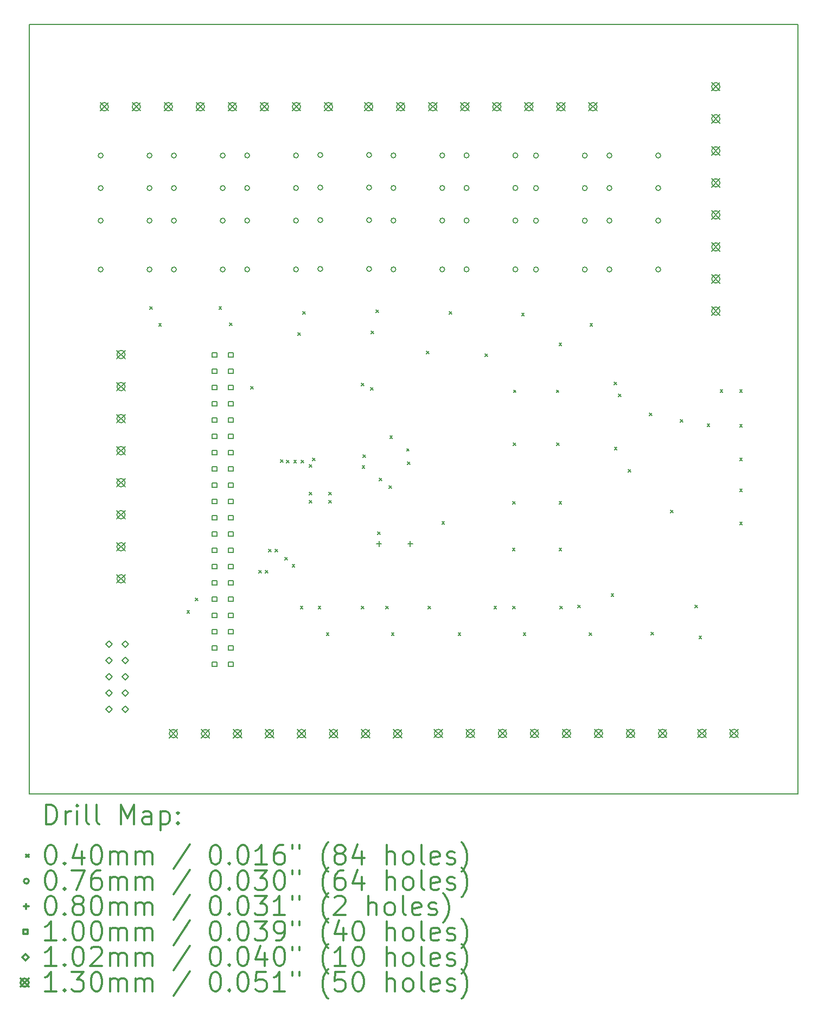
<source format=gbr>
%FSLAX45Y45*%
G04 Gerber Fmt 4.5, Leading zero omitted, Abs format (unit mm)*
G04 Created by KiCad (PCBNEW 4.0.5) date 03/02/17 14:55:25*
%MOMM*%
%LPD*%
G01*
G04 APERTURE LIST*
%ADD10C,0.127000*%
%ADD11C,0.150000*%
%ADD12C,0.200000*%
%ADD13C,0.300000*%
G04 APERTURE END LIST*
D10*
D11*
X4600000Y-15100000D02*
X4600000Y-3100000D01*
X16600000Y-15100000D02*
X4600000Y-15100000D01*
X16600000Y-3100000D02*
X16600000Y-15100000D01*
X4600000Y-3100000D02*
X16600000Y-3100000D01*
D12*
X6482400Y-7498400D02*
X6522400Y-7538400D01*
X6522400Y-7498400D02*
X6482400Y-7538400D01*
X6622100Y-7765100D02*
X6662100Y-7805100D01*
X6662100Y-7765100D02*
X6622100Y-7805100D01*
X7060250Y-12241850D02*
X7100250Y-12281850D01*
X7100250Y-12241850D02*
X7060250Y-12281850D01*
X7193600Y-12045000D02*
X7233600Y-12085000D01*
X7233600Y-12045000D02*
X7193600Y-12085000D01*
X7561900Y-7498400D02*
X7601900Y-7538400D01*
X7601900Y-7498400D02*
X7561900Y-7538400D01*
X7727000Y-7752400D02*
X7767000Y-7792400D01*
X7767000Y-7752400D02*
X7727000Y-7792400D01*
X8057200Y-8743000D02*
X8097200Y-8783000D01*
X8097200Y-8743000D02*
X8057200Y-8783000D01*
X8184200Y-11613200D02*
X8224200Y-11653200D01*
X8224200Y-11613200D02*
X8184200Y-11653200D01*
X8285800Y-11613200D02*
X8325800Y-11653200D01*
X8325800Y-11613200D02*
X8285800Y-11653200D01*
X8336600Y-11283000D02*
X8376600Y-11323000D01*
X8376600Y-11283000D02*
X8336600Y-11323000D01*
X8438200Y-11283000D02*
X8478200Y-11323000D01*
X8478200Y-11283000D02*
X8438200Y-11323000D01*
X8519480Y-9886000D02*
X8559480Y-9926000D01*
X8559480Y-9886000D02*
X8519480Y-9926000D01*
X8590600Y-11410000D02*
X8630600Y-11450000D01*
X8630600Y-11410000D02*
X8590600Y-11450000D01*
X8616000Y-9898700D02*
X8656000Y-9938700D01*
X8656000Y-9898700D02*
X8616000Y-9938700D01*
X8704900Y-11524300D02*
X8744900Y-11564300D01*
X8744900Y-11524300D02*
X8704900Y-11564300D01*
X8730300Y-9898700D02*
X8770300Y-9938700D01*
X8770300Y-9898700D02*
X8730300Y-9938700D01*
X8793800Y-7904800D02*
X8833800Y-7944800D01*
X8833800Y-7904800D02*
X8793800Y-7944800D01*
X8831900Y-12172000D02*
X8871900Y-12212000D01*
X8871900Y-12172000D02*
X8831900Y-12212000D01*
X8844600Y-9898700D02*
X8884600Y-9938700D01*
X8884600Y-9898700D02*
X8844600Y-9938700D01*
X8870000Y-7574600D02*
X8910000Y-7614600D01*
X8910000Y-7574600D02*
X8870000Y-7614600D01*
X8971600Y-9962200D02*
X9011600Y-10002200D01*
X9011600Y-9962200D02*
X8971600Y-10002200D01*
X8971600Y-10394000D02*
X9011600Y-10434000D01*
X9011600Y-10394000D02*
X8971600Y-10434000D01*
X8971600Y-10521000D02*
X9011600Y-10561000D01*
X9011600Y-10521000D02*
X8971600Y-10561000D01*
X9022400Y-9860600D02*
X9062400Y-9900600D01*
X9062400Y-9860600D02*
X9022400Y-9900600D01*
X9111300Y-12172000D02*
X9151300Y-12212000D01*
X9151300Y-12172000D02*
X9111300Y-12212000D01*
X9238300Y-12591100D02*
X9278300Y-12631100D01*
X9278300Y-12591100D02*
X9238300Y-12631100D01*
X9276400Y-10394000D02*
X9316400Y-10434000D01*
X9316400Y-10394000D02*
X9276400Y-10434000D01*
X9276400Y-10521000D02*
X9316400Y-10561000D01*
X9316400Y-10521000D02*
X9276400Y-10561000D01*
X9784400Y-8692200D02*
X9824400Y-8732200D01*
X9824400Y-8692200D02*
X9784400Y-8732200D01*
X9784400Y-12172000D02*
X9824400Y-12212000D01*
X9824400Y-12172000D02*
X9784400Y-12212000D01*
X9797100Y-9981250D02*
X9837100Y-10021250D01*
X9837100Y-9981250D02*
X9797100Y-10021250D01*
X9807260Y-9809800D02*
X9847260Y-9849800D01*
X9847260Y-9809800D02*
X9807260Y-9849800D01*
X9926640Y-8765860D02*
X9966640Y-8805860D01*
X9966640Y-8765860D02*
X9926640Y-8805860D01*
X9936800Y-7879400D02*
X9976800Y-7919400D01*
X9976800Y-7879400D02*
X9936800Y-7919400D01*
X10013000Y-7549200D02*
X10053000Y-7589200D01*
X10053000Y-7549200D02*
X10013000Y-7589200D01*
X10038400Y-11016300D02*
X10078400Y-11056300D01*
X10078400Y-11016300D02*
X10038400Y-11056300D01*
X10063800Y-10178100D02*
X10103800Y-10218100D01*
X10103800Y-10178100D02*
X10063800Y-10218100D01*
X10165400Y-12172000D02*
X10205400Y-12212000D01*
X10205400Y-12172000D02*
X10165400Y-12212000D01*
X10216200Y-10292400D02*
X10256200Y-10332400D01*
X10256200Y-10292400D02*
X10216200Y-10332400D01*
X10228900Y-9517700D02*
X10268900Y-9557700D01*
X10268900Y-9517700D02*
X10228900Y-9557700D01*
X10254300Y-12591100D02*
X10294300Y-12631100D01*
X10294300Y-12591100D02*
X10254300Y-12631100D01*
X10489250Y-9714550D02*
X10529250Y-9754550D01*
X10529250Y-9714550D02*
X10489250Y-9754550D01*
X10503220Y-9921560D02*
X10543220Y-9961560D01*
X10543220Y-9921560D02*
X10503220Y-9961560D01*
X10800400Y-8196900D02*
X10840400Y-8236900D01*
X10840400Y-8196900D02*
X10800400Y-8236900D01*
X10825800Y-12172000D02*
X10865800Y-12212000D01*
X10865800Y-12172000D02*
X10825800Y-12212000D01*
X11041700Y-10851200D02*
X11081700Y-10891200D01*
X11081700Y-10851200D02*
X11041700Y-10891200D01*
X11156000Y-7574600D02*
X11196000Y-7614600D01*
X11196000Y-7574600D02*
X11156000Y-7614600D01*
X11295700Y-12591100D02*
X11335700Y-12631100D01*
X11335700Y-12591100D02*
X11295700Y-12631100D01*
X11714800Y-8235000D02*
X11754800Y-8275000D01*
X11754800Y-8235000D02*
X11714800Y-8275000D01*
X11854500Y-12172000D02*
X11894500Y-12212000D01*
X11894500Y-12172000D02*
X11854500Y-12212000D01*
X12140250Y-11270300D02*
X12180250Y-11310300D01*
X12180250Y-11270300D02*
X12140250Y-11310300D01*
X12146600Y-10540050D02*
X12186600Y-10580050D01*
X12186600Y-10540050D02*
X12146600Y-10580050D01*
X12146600Y-12172000D02*
X12186600Y-12212000D01*
X12186600Y-12172000D02*
X12146600Y-12212000D01*
X12152950Y-9625650D02*
X12192950Y-9665650D01*
X12192950Y-9625650D02*
X12152950Y-9665650D01*
X12159300Y-8800150D02*
X12199300Y-8840150D01*
X12199300Y-8800150D02*
X12159300Y-8840150D01*
X12286300Y-7600000D02*
X12326300Y-7640000D01*
X12326300Y-7600000D02*
X12286300Y-7640000D01*
X12311700Y-12591100D02*
X12351700Y-12631100D01*
X12351700Y-12591100D02*
X12311700Y-12631100D01*
X12826050Y-8800150D02*
X12866050Y-8840150D01*
X12866050Y-8800150D02*
X12826050Y-8840150D01*
X12832400Y-9625650D02*
X12872400Y-9665650D01*
X12872400Y-9625650D02*
X12832400Y-9665650D01*
X12870500Y-8069900D02*
X12910500Y-8109900D01*
X12910500Y-8069900D02*
X12870500Y-8109900D01*
X12870500Y-10540050D02*
X12910500Y-10580050D01*
X12910500Y-10540050D02*
X12870500Y-10580050D01*
X12870500Y-11270300D02*
X12910500Y-11310300D01*
X12910500Y-11270300D02*
X12870500Y-11310300D01*
X12883200Y-12172000D02*
X12923200Y-12212000D01*
X12923200Y-12172000D02*
X12883200Y-12212000D01*
X13162600Y-12159300D02*
X13202600Y-12199300D01*
X13202600Y-12159300D02*
X13162600Y-12199300D01*
X13340400Y-12591100D02*
X13380400Y-12631100D01*
X13380400Y-12591100D02*
X13340400Y-12631100D01*
X13353100Y-7765100D02*
X13393100Y-7805100D01*
X13393100Y-7765100D02*
X13353100Y-7805100D01*
X13683300Y-11981500D02*
X13723300Y-12021500D01*
X13723300Y-11981500D02*
X13683300Y-12021500D01*
X13727750Y-8679500D02*
X13767750Y-8719500D01*
X13767750Y-8679500D02*
X13727750Y-8719500D01*
X13734100Y-9695500D02*
X13774100Y-9735500D01*
X13774100Y-9695500D02*
X13734100Y-9735500D01*
X13797600Y-8863650D02*
X13837600Y-8903650D01*
X13837600Y-8863650D02*
X13797600Y-8903650D01*
X13950000Y-10038400D02*
X13990000Y-10078400D01*
X13990000Y-10038400D02*
X13950000Y-10078400D01*
X14280200Y-9162100D02*
X14320200Y-9202100D01*
X14320200Y-9162100D02*
X14280200Y-9202100D01*
X14305600Y-12578400D02*
X14345600Y-12618400D01*
X14345600Y-12578400D02*
X14305600Y-12618400D01*
X14610400Y-10673400D02*
X14650400Y-10713400D01*
X14650400Y-10673400D02*
X14610400Y-10713400D01*
X14762800Y-9263700D02*
X14802800Y-9303700D01*
X14802800Y-9263700D02*
X14762800Y-9303700D01*
X14991400Y-12159300D02*
X15031400Y-12199300D01*
X15031400Y-12159300D02*
X14991400Y-12199300D01*
X15054900Y-12641900D02*
X15094900Y-12681900D01*
X15094900Y-12641900D02*
X15054900Y-12681900D01*
X15181900Y-9327200D02*
X15221900Y-9367200D01*
X15221900Y-9327200D02*
X15181900Y-9367200D01*
X15385100Y-8793800D02*
X15425100Y-8833800D01*
X15425100Y-8793800D02*
X15385100Y-8833800D01*
X15689900Y-8793800D02*
X15729900Y-8833800D01*
X15729900Y-8793800D02*
X15689900Y-8833800D01*
X15689900Y-9339900D02*
X15729900Y-9379900D01*
X15729900Y-9339900D02*
X15689900Y-9379900D01*
X15689900Y-9860600D02*
X15729900Y-9900600D01*
X15729900Y-9860600D02*
X15689900Y-9900600D01*
X15689900Y-10343200D02*
X15729900Y-10383200D01*
X15729900Y-10343200D02*
X15689900Y-10383200D01*
X15689900Y-10863900D02*
X15729900Y-10903900D01*
X15729900Y-10863900D02*
X15689900Y-10903900D01*
X5753100Y-5143500D02*
G75*
G03X5753100Y-5143500I-38100J0D01*
G01*
X5753100Y-5651500D02*
G75*
G03X5753100Y-5651500I-38100J0D01*
G01*
X5753100Y-6159500D02*
G75*
G03X5753100Y-6159500I-38100J0D01*
G01*
X5753100Y-6921500D02*
G75*
G03X5753100Y-6921500I-38100J0D01*
G01*
X6515100Y-5143500D02*
G75*
G03X6515100Y-5143500I-38100J0D01*
G01*
X6515100Y-5651500D02*
G75*
G03X6515100Y-5651500I-38100J0D01*
G01*
X6515100Y-6159500D02*
G75*
G03X6515100Y-6159500I-38100J0D01*
G01*
X6515100Y-6921500D02*
G75*
G03X6515100Y-6921500I-38100J0D01*
G01*
X6896100Y-5143500D02*
G75*
G03X6896100Y-5143500I-38100J0D01*
G01*
X6896100Y-5651500D02*
G75*
G03X6896100Y-5651500I-38100J0D01*
G01*
X6896100Y-6159500D02*
G75*
G03X6896100Y-6159500I-38100J0D01*
G01*
X6896100Y-6921500D02*
G75*
G03X6896100Y-6921500I-38100J0D01*
G01*
X7658100Y-5143500D02*
G75*
G03X7658100Y-5143500I-38100J0D01*
G01*
X7658100Y-5651500D02*
G75*
G03X7658100Y-5651500I-38100J0D01*
G01*
X7658100Y-6159500D02*
G75*
G03X7658100Y-6159500I-38100J0D01*
G01*
X7658100Y-6921500D02*
G75*
G03X7658100Y-6921500I-38100J0D01*
G01*
X8039576Y-5141250D02*
G75*
G03X8039576Y-5141250I-38100J0D01*
G01*
X8039576Y-5649250D02*
G75*
G03X8039576Y-5649250I-38100J0D01*
G01*
X8039576Y-6157250D02*
G75*
G03X8039576Y-6157250I-38100J0D01*
G01*
X8039576Y-6919250D02*
G75*
G03X8039576Y-6919250I-38100J0D01*
G01*
X8801576Y-5141250D02*
G75*
G03X8801576Y-5141250I-38100J0D01*
G01*
X8801576Y-5649250D02*
G75*
G03X8801576Y-5649250I-38100J0D01*
G01*
X8801576Y-6157250D02*
G75*
G03X8801576Y-6157250I-38100J0D01*
G01*
X8801576Y-6919250D02*
G75*
G03X8801576Y-6919250I-38100J0D01*
G01*
X9180876Y-5134900D02*
G75*
G03X9180876Y-5134900I-38100J0D01*
G01*
X9180876Y-5642900D02*
G75*
G03X9180876Y-5642900I-38100J0D01*
G01*
X9180876Y-6150900D02*
G75*
G03X9180876Y-6150900I-38100J0D01*
G01*
X9180876Y-6912900D02*
G75*
G03X9180876Y-6912900I-38100J0D01*
G01*
X9942876Y-5134900D02*
G75*
G03X9942876Y-5134900I-38100J0D01*
G01*
X9942876Y-5642900D02*
G75*
G03X9942876Y-5642900I-38100J0D01*
G01*
X9942876Y-6150900D02*
G75*
G03X9942876Y-6150900I-38100J0D01*
G01*
X9942876Y-6912900D02*
G75*
G03X9942876Y-6912900I-38100J0D01*
G01*
X10322176Y-5141250D02*
G75*
G03X10322176Y-5141250I-38100J0D01*
G01*
X10322176Y-5649250D02*
G75*
G03X10322176Y-5649250I-38100J0D01*
G01*
X10322176Y-6157250D02*
G75*
G03X10322176Y-6157250I-38100J0D01*
G01*
X10322176Y-6919250D02*
G75*
G03X10322176Y-6919250I-38100J0D01*
G01*
X11084176Y-5141250D02*
G75*
G03X11084176Y-5141250I-38100J0D01*
G01*
X11084176Y-5649250D02*
G75*
G03X11084176Y-5649250I-38100J0D01*
G01*
X11084176Y-6157250D02*
G75*
G03X11084176Y-6157250I-38100J0D01*
G01*
X11084176Y-6919250D02*
G75*
G03X11084176Y-6919250I-38100J0D01*
G01*
X11463476Y-5141250D02*
G75*
G03X11463476Y-5141250I-38100J0D01*
G01*
X11463476Y-5649250D02*
G75*
G03X11463476Y-5649250I-38100J0D01*
G01*
X11463476Y-6157250D02*
G75*
G03X11463476Y-6157250I-38100J0D01*
G01*
X11463476Y-6919250D02*
G75*
G03X11463476Y-6919250I-38100J0D01*
G01*
X12225476Y-5141250D02*
G75*
G03X12225476Y-5141250I-38100J0D01*
G01*
X12225476Y-5649250D02*
G75*
G03X12225476Y-5649250I-38100J0D01*
G01*
X12225476Y-6157250D02*
G75*
G03X12225476Y-6157250I-38100J0D01*
G01*
X12225476Y-6919250D02*
G75*
G03X12225476Y-6919250I-38100J0D01*
G01*
X12547600Y-5143500D02*
G75*
G03X12547600Y-5143500I-38100J0D01*
G01*
X12547600Y-5651500D02*
G75*
G03X12547600Y-5651500I-38100J0D01*
G01*
X12547600Y-6159500D02*
G75*
G03X12547600Y-6159500I-38100J0D01*
G01*
X12547600Y-6921500D02*
G75*
G03X12547600Y-6921500I-38100J0D01*
G01*
X13309600Y-5143500D02*
G75*
G03X13309600Y-5143500I-38100J0D01*
G01*
X13309600Y-5651500D02*
G75*
G03X13309600Y-5651500I-38100J0D01*
G01*
X13309600Y-6159500D02*
G75*
G03X13309600Y-6159500I-38100J0D01*
G01*
X13309600Y-6921500D02*
G75*
G03X13309600Y-6921500I-38100J0D01*
G01*
X13693226Y-5142400D02*
G75*
G03X13693226Y-5142400I-38100J0D01*
G01*
X13693226Y-5650400D02*
G75*
G03X13693226Y-5650400I-38100J0D01*
G01*
X13693226Y-6158400D02*
G75*
G03X13693226Y-6158400I-38100J0D01*
G01*
X13693226Y-6920400D02*
G75*
G03X13693226Y-6920400I-38100J0D01*
G01*
X14455226Y-5142400D02*
G75*
G03X14455226Y-5142400I-38100J0D01*
G01*
X14455226Y-5650400D02*
G75*
G03X14455226Y-5650400I-38100J0D01*
G01*
X14455226Y-6158400D02*
G75*
G03X14455226Y-6158400I-38100J0D01*
G01*
X14455226Y-6920400D02*
G75*
G03X14455226Y-6920400I-38100J0D01*
G01*
X10058400Y-11161400D02*
X10058400Y-11241400D01*
X10018400Y-11201400D02*
X10098400Y-11201400D01*
X10546400Y-11161400D02*
X10546400Y-11241400D01*
X10506400Y-11201400D02*
X10586400Y-11201400D01*
X7528356Y-8290356D02*
X7528356Y-8219644D01*
X7457644Y-8219644D01*
X7457644Y-8290356D01*
X7528356Y-8290356D01*
X7528356Y-8544356D02*
X7528356Y-8473644D01*
X7457644Y-8473644D01*
X7457644Y-8544356D01*
X7528356Y-8544356D01*
X7528356Y-8798356D02*
X7528356Y-8727644D01*
X7457644Y-8727644D01*
X7457644Y-8798356D01*
X7528356Y-8798356D01*
X7528356Y-9052356D02*
X7528356Y-8981644D01*
X7457644Y-8981644D01*
X7457644Y-9052356D01*
X7528356Y-9052356D01*
X7528356Y-9306356D02*
X7528356Y-9235644D01*
X7457644Y-9235644D01*
X7457644Y-9306356D01*
X7528356Y-9306356D01*
X7528356Y-9560356D02*
X7528356Y-9489644D01*
X7457644Y-9489644D01*
X7457644Y-9560356D01*
X7528356Y-9560356D01*
X7528356Y-9814356D02*
X7528356Y-9743644D01*
X7457644Y-9743644D01*
X7457644Y-9814356D01*
X7528356Y-9814356D01*
X7528356Y-10068356D02*
X7528356Y-9997644D01*
X7457644Y-9997644D01*
X7457644Y-10068356D01*
X7528356Y-10068356D01*
X7528356Y-10322356D02*
X7528356Y-10251644D01*
X7457644Y-10251644D01*
X7457644Y-10322356D01*
X7528356Y-10322356D01*
X7528356Y-10576356D02*
X7528356Y-10505644D01*
X7457644Y-10505644D01*
X7457644Y-10576356D01*
X7528356Y-10576356D01*
X7528356Y-10830356D02*
X7528356Y-10759644D01*
X7457644Y-10759644D01*
X7457644Y-10830356D01*
X7528356Y-10830356D01*
X7528356Y-11084356D02*
X7528356Y-11013644D01*
X7457644Y-11013644D01*
X7457644Y-11084356D01*
X7528356Y-11084356D01*
X7528356Y-11338356D02*
X7528356Y-11267644D01*
X7457644Y-11267644D01*
X7457644Y-11338356D01*
X7528356Y-11338356D01*
X7528356Y-11592356D02*
X7528356Y-11521644D01*
X7457644Y-11521644D01*
X7457644Y-11592356D01*
X7528356Y-11592356D01*
X7528356Y-11846356D02*
X7528356Y-11775644D01*
X7457644Y-11775644D01*
X7457644Y-11846356D01*
X7528356Y-11846356D01*
X7528356Y-12100356D02*
X7528356Y-12029644D01*
X7457644Y-12029644D01*
X7457644Y-12100356D01*
X7528356Y-12100356D01*
X7528356Y-12354356D02*
X7528356Y-12283644D01*
X7457644Y-12283644D01*
X7457644Y-12354356D01*
X7528356Y-12354356D01*
X7528356Y-12608356D02*
X7528356Y-12537644D01*
X7457644Y-12537644D01*
X7457644Y-12608356D01*
X7528356Y-12608356D01*
X7528356Y-12862356D02*
X7528356Y-12791644D01*
X7457644Y-12791644D01*
X7457644Y-12862356D01*
X7528356Y-12862356D01*
X7528356Y-13116356D02*
X7528356Y-13045644D01*
X7457644Y-13045644D01*
X7457644Y-13116356D01*
X7528356Y-13116356D01*
X7782356Y-8290356D02*
X7782356Y-8219644D01*
X7711644Y-8219644D01*
X7711644Y-8290356D01*
X7782356Y-8290356D01*
X7782356Y-8544356D02*
X7782356Y-8473644D01*
X7711644Y-8473644D01*
X7711644Y-8544356D01*
X7782356Y-8544356D01*
X7782356Y-8798356D02*
X7782356Y-8727644D01*
X7711644Y-8727644D01*
X7711644Y-8798356D01*
X7782356Y-8798356D01*
X7782356Y-9052356D02*
X7782356Y-8981644D01*
X7711644Y-8981644D01*
X7711644Y-9052356D01*
X7782356Y-9052356D01*
X7782356Y-9306356D02*
X7782356Y-9235644D01*
X7711644Y-9235644D01*
X7711644Y-9306356D01*
X7782356Y-9306356D01*
X7782356Y-9560356D02*
X7782356Y-9489644D01*
X7711644Y-9489644D01*
X7711644Y-9560356D01*
X7782356Y-9560356D01*
X7782356Y-9814356D02*
X7782356Y-9743644D01*
X7711644Y-9743644D01*
X7711644Y-9814356D01*
X7782356Y-9814356D01*
X7782356Y-10068356D02*
X7782356Y-9997644D01*
X7711644Y-9997644D01*
X7711644Y-10068356D01*
X7782356Y-10068356D01*
X7782356Y-10322356D02*
X7782356Y-10251644D01*
X7711644Y-10251644D01*
X7711644Y-10322356D01*
X7782356Y-10322356D01*
X7782356Y-10576356D02*
X7782356Y-10505644D01*
X7711644Y-10505644D01*
X7711644Y-10576356D01*
X7782356Y-10576356D01*
X7782356Y-10830356D02*
X7782356Y-10759644D01*
X7711644Y-10759644D01*
X7711644Y-10830356D01*
X7782356Y-10830356D01*
X7782356Y-11084356D02*
X7782356Y-11013644D01*
X7711644Y-11013644D01*
X7711644Y-11084356D01*
X7782356Y-11084356D01*
X7782356Y-11338356D02*
X7782356Y-11267644D01*
X7711644Y-11267644D01*
X7711644Y-11338356D01*
X7782356Y-11338356D01*
X7782356Y-11592356D02*
X7782356Y-11521644D01*
X7711644Y-11521644D01*
X7711644Y-11592356D01*
X7782356Y-11592356D01*
X7782356Y-11846356D02*
X7782356Y-11775644D01*
X7711644Y-11775644D01*
X7711644Y-11846356D01*
X7782356Y-11846356D01*
X7782356Y-12100356D02*
X7782356Y-12029644D01*
X7711644Y-12029644D01*
X7711644Y-12100356D01*
X7782356Y-12100356D01*
X7782356Y-12354356D02*
X7782356Y-12283644D01*
X7711644Y-12283644D01*
X7711644Y-12354356D01*
X7782356Y-12354356D01*
X7782356Y-12608356D02*
X7782356Y-12537644D01*
X7711644Y-12537644D01*
X7711644Y-12608356D01*
X7782356Y-12608356D01*
X7782356Y-12862356D02*
X7782356Y-12791644D01*
X7711644Y-12791644D01*
X7711644Y-12862356D01*
X7782356Y-12862356D01*
X7782356Y-13116356D02*
X7782356Y-13045644D01*
X7711644Y-13045644D01*
X7711644Y-13116356D01*
X7782356Y-13116356D01*
X5842000Y-12814300D02*
X5892800Y-12763500D01*
X5842000Y-12712700D01*
X5791200Y-12763500D01*
X5842000Y-12814300D01*
X5842000Y-13068300D02*
X5892800Y-13017500D01*
X5842000Y-12966700D01*
X5791200Y-13017500D01*
X5842000Y-13068300D01*
X5842000Y-13322300D02*
X5892800Y-13271500D01*
X5842000Y-13220700D01*
X5791200Y-13271500D01*
X5842000Y-13322300D01*
X5842000Y-13576300D02*
X5892800Y-13525500D01*
X5842000Y-13474700D01*
X5791200Y-13525500D01*
X5842000Y-13576300D01*
X5842000Y-13830300D02*
X5892800Y-13779500D01*
X5842000Y-13728700D01*
X5791200Y-13779500D01*
X5842000Y-13830300D01*
X6096000Y-12814300D02*
X6146800Y-12763500D01*
X6096000Y-12712700D01*
X6045200Y-12763500D01*
X6096000Y-12814300D01*
X6096000Y-13068300D02*
X6146800Y-13017500D01*
X6096000Y-12966700D01*
X6045200Y-13017500D01*
X6096000Y-13068300D01*
X6096000Y-13322300D02*
X6146800Y-13271500D01*
X6096000Y-13220700D01*
X6045200Y-13271500D01*
X6096000Y-13322300D01*
X6096000Y-13576300D02*
X6146800Y-13525500D01*
X6096000Y-13474700D01*
X6045200Y-13525500D01*
X6096000Y-13576300D01*
X6096000Y-13830300D02*
X6146800Y-13779500D01*
X6096000Y-13728700D01*
X6045200Y-13779500D01*
X6096000Y-13830300D01*
X5706000Y-4316500D02*
X5836000Y-4446500D01*
X5836000Y-4316500D02*
X5706000Y-4446500D01*
X5836000Y-4381500D02*
G75*
G03X5836000Y-4381500I-65000J0D01*
G01*
X5967500Y-8182500D02*
X6097500Y-8312500D01*
X6097500Y-8182500D02*
X5967500Y-8312500D01*
X6097500Y-8247500D02*
G75*
G03X6097500Y-8247500I-65000J0D01*
G01*
X5967500Y-8682500D02*
X6097500Y-8812500D01*
X6097500Y-8682500D02*
X5967500Y-8812500D01*
X6097500Y-8747500D02*
G75*
G03X6097500Y-8747500I-65000J0D01*
G01*
X5967500Y-9182500D02*
X6097500Y-9312500D01*
X6097500Y-9182500D02*
X5967500Y-9312500D01*
X6097500Y-9247500D02*
G75*
G03X6097500Y-9247500I-65000J0D01*
G01*
X5967500Y-9682500D02*
X6097500Y-9812500D01*
X6097500Y-9682500D02*
X5967500Y-9812500D01*
X6097500Y-9747500D02*
G75*
G03X6097500Y-9747500I-65000J0D01*
G01*
X5967500Y-10182500D02*
X6097500Y-10312500D01*
X6097500Y-10182500D02*
X5967500Y-10312500D01*
X6097500Y-10247500D02*
G75*
G03X6097500Y-10247500I-65000J0D01*
G01*
X5967500Y-10682500D02*
X6097500Y-10812500D01*
X6097500Y-10682500D02*
X5967500Y-10812500D01*
X6097500Y-10747500D02*
G75*
G03X6097500Y-10747500I-65000J0D01*
G01*
X5967500Y-11182500D02*
X6097500Y-11312500D01*
X6097500Y-11182500D02*
X5967500Y-11312500D01*
X6097500Y-11247500D02*
G75*
G03X6097500Y-11247500I-65000J0D01*
G01*
X5967500Y-11682500D02*
X6097500Y-11812500D01*
X6097500Y-11682500D02*
X5967500Y-11812500D01*
X6097500Y-11747500D02*
G75*
G03X6097500Y-11747500I-65000J0D01*
G01*
X6206000Y-4316500D02*
X6336000Y-4446500D01*
X6336000Y-4316500D02*
X6206000Y-4446500D01*
X6336000Y-4381500D02*
G75*
G03X6336000Y-4381500I-65000J0D01*
G01*
X6706000Y-4316500D02*
X6836000Y-4446500D01*
X6836000Y-4316500D02*
X6706000Y-4446500D01*
X6836000Y-4381500D02*
G75*
G03X6836000Y-4381500I-65000J0D01*
G01*
X6785380Y-14098040D02*
X6915380Y-14228040D01*
X6915380Y-14098040D02*
X6785380Y-14228040D01*
X6915380Y-14163040D02*
G75*
G03X6915380Y-14163040I-65000J0D01*
G01*
X7206000Y-4316500D02*
X7336000Y-4446500D01*
X7336000Y-4316500D02*
X7206000Y-4446500D01*
X7336000Y-4381500D02*
G75*
G03X7336000Y-4381500I-65000J0D01*
G01*
X7285380Y-14098040D02*
X7415380Y-14228040D01*
X7415380Y-14098040D02*
X7285380Y-14228040D01*
X7415380Y-14163040D02*
G75*
G03X7415380Y-14163040I-65000J0D01*
G01*
X7706000Y-4316500D02*
X7836000Y-4446500D01*
X7836000Y-4316500D02*
X7706000Y-4446500D01*
X7836000Y-4381500D02*
G75*
G03X7836000Y-4381500I-65000J0D01*
G01*
X7785380Y-14098040D02*
X7915380Y-14228040D01*
X7915380Y-14098040D02*
X7785380Y-14228040D01*
X7915380Y-14163040D02*
G75*
G03X7915380Y-14163040I-65000J0D01*
G01*
X8206000Y-4316500D02*
X8336000Y-4446500D01*
X8336000Y-4316500D02*
X8206000Y-4446500D01*
X8336000Y-4381500D02*
G75*
G03X8336000Y-4381500I-65000J0D01*
G01*
X8285380Y-14098040D02*
X8415380Y-14228040D01*
X8415380Y-14098040D02*
X8285380Y-14228040D01*
X8415380Y-14163040D02*
G75*
G03X8415380Y-14163040I-65000J0D01*
G01*
X8706000Y-4316500D02*
X8836000Y-4446500D01*
X8836000Y-4316500D02*
X8706000Y-4446500D01*
X8836000Y-4381500D02*
G75*
G03X8836000Y-4381500I-65000J0D01*
G01*
X8785380Y-14098040D02*
X8915380Y-14228040D01*
X8915380Y-14098040D02*
X8785380Y-14228040D01*
X8915380Y-14163040D02*
G75*
G03X8915380Y-14163040I-65000J0D01*
G01*
X9206000Y-4316500D02*
X9336000Y-4446500D01*
X9336000Y-4316500D02*
X9206000Y-4446500D01*
X9336000Y-4381500D02*
G75*
G03X9336000Y-4381500I-65000J0D01*
G01*
X9285380Y-14098040D02*
X9415380Y-14228040D01*
X9415380Y-14098040D02*
X9285380Y-14228040D01*
X9415380Y-14163040D02*
G75*
G03X9415380Y-14163040I-65000J0D01*
G01*
X9785380Y-14098040D02*
X9915380Y-14228040D01*
X9915380Y-14098040D02*
X9785380Y-14228040D01*
X9915380Y-14163040D02*
G75*
G03X9915380Y-14163040I-65000J0D01*
G01*
X9833500Y-4316500D02*
X9963500Y-4446500D01*
X9963500Y-4316500D02*
X9833500Y-4446500D01*
X9963500Y-4381500D02*
G75*
G03X9963500Y-4381500I-65000J0D01*
G01*
X10285380Y-14098040D02*
X10415380Y-14228040D01*
X10415380Y-14098040D02*
X10285380Y-14228040D01*
X10415380Y-14163040D02*
G75*
G03X10415380Y-14163040I-65000J0D01*
G01*
X10333500Y-4316500D02*
X10463500Y-4446500D01*
X10463500Y-4316500D02*
X10333500Y-4446500D01*
X10463500Y-4381500D02*
G75*
G03X10463500Y-4381500I-65000J0D01*
G01*
X10833500Y-4316500D02*
X10963500Y-4446500D01*
X10963500Y-4316500D02*
X10833500Y-4446500D01*
X10963500Y-4381500D02*
G75*
G03X10963500Y-4381500I-65000J0D01*
G01*
X10920500Y-14095500D02*
X11050500Y-14225500D01*
X11050500Y-14095500D02*
X10920500Y-14225500D01*
X11050500Y-14160500D02*
G75*
G03X11050500Y-14160500I-65000J0D01*
G01*
X11333500Y-4316500D02*
X11463500Y-4446500D01*
X11463500Y-4316500D02*
X11333500Y-4446500D01*
X11463500Y-4381500D02*
G75*
G03X11463500Y-4381500I-65000J0D01*
G01*
X11420500Y-14095500D02*
X11550500Y-14225500D01*
X11550500Y-14095500D02*
X11420500Y-14225500D01*
X11550500Y-14160500D02*
G75*
G03X11550500Y-14160500I-65000J0D01*
G01*
X11833500Y-4316500D02*
X11963500Y-4446500D01*
X11963500Y-4316500D02*
X11833500Y-4446500D01*
X11963500Y-4381500D02*
G75*
G03X11963500Y-4381500I-65000J0D01*
G01*
X11920500Y-14095500D02*
X12050500Y-14225500D01*
X12050500Y-14095500D02*
X11920500Y-14225500D01*
X12050500Y-14160500D02*
G75*
G03X12050500Y-14160500I-65000J0D01*
G01*
X12333500Y-4316500D02*
X12463500Y-4446500D01*
X12463500Y-4316500D02*
X12333500Y-4446500D01*
X12463500Y-4381500D02*
G75*
G03X12463500Y-4381500I-65000J0D01*
G01*
X12420500Y-14095500D02*
X12550500Y-14225500D01*
X12550500Y-14095500D02*
X12420500Y-14225500D01*
X12550500Y-14160500D02*
G75*
G03X12550500Y-14160500I-65000J0D01*
G01*
X12833500Y-4316500D02*
X12963500Y-4446500D01*
X12963500Y-4316500D02*
X12833500Y-4446500D01*
X12963500Y-4381500D02*
G75*
G03X12963500Y-4381500I-65000J0D01*
G01*
X12920500Y-14095500D02*
X13050500Y-14225500D01*
X13050500Y-14095500D02*
X12920500Y-14225500D01*
X13050500Y-14160500D02*
G75*
G03X13050500Y-14160500I-65000J0D01*
G01*
X13333500Y-4316500D02*
X13463500Y-4446500D01*
X13463500Y-4316500D02*
X13333500Y-4446500D01*
X13463500Y-4381500D02*
G75*
G03X13463500Y-4381500I-65000J0D01*
G01*
X13420500Y-14095500D02*
X13550500Y-14225500D01*
X13550500Y-14095500D02*
X13420500Y-14225500D01*
X13550500Y-14160500D02*
G75*
G03X13550500Y-14160500I-65000J0D01*
G01*
X13920500Y-14095500D02*
X14050500Y-14225500D01*
X14050500Y-14095500D02*
X13920500Y-14225500D01*
X14050500Y-14160500D02*
G75*
G03X14050500Y-14160500I-65000J0D01*
G01*
X14420500Y-14095500D02*
X14550500Y-14225500D01*
X14550500Y-14095500D02*
X14420500Y-14225500D01*
X14550500Y-14160500D02*
G75*
G03X14550500Y-14160500I-65000J0D01*
G01*
X15035300Y-14095500D02*
X15165300Y-14225500D01*
X15165300Y-14095500D02*
X15035300Y-14225500D01*
X15165300Y-14160500D02*
G75*
G03X15165300Y-14160500I-65000J0D01*
G01*
X15251200Y-4004200D02*
X15381200Y-4134200D01*
X15381200Y-4004200D02*
X15251200Y-4134200D01*
X15381200Y-4069200D02*
G75*
G03X15381200Y-4069200I-65000J0D01*
G01*
X15251200Y-4504200D02*
X15381200Y-4634200D01*
X15381200Y-4504200D02*
X15251200Y-4634200D01*
X15381200Y-4569200D02*
G75*
G03X15381200Y-4569200I-65000J0D01*
G01*
X15251200Y-5004200D02*
X15381200Y-5134200D01*
X15381200Y-5004200D02*
X15251200Y-5134200D01*
X15381200Y-5069200D02*
G75*
G03X15381200Y-5069200I-65000J0D01*
G01*
X15251200Y-5504200D02*
X15381200Y-5634200D01*
X15381200Y-5504200D02*
X15251200Y-5634200D01*
X15381200Y-5569200D02*
G75*
G03X15381200Y-5569200I-65000J0D01*
G01*
X15251200Y-6004200D02*
X15381200Y-6134200D01*
X15381200Y-6004200D02*
X15251200Y-6134200D01*
X15381200Y-6069200D02*
G75*
G03X15381200Y-6069200I-65000J0D01*
G01*
X15251200Y-6504200D02*
X15381200Y-6634200D01*
X15381200Y-6504200D02*
X15251200Y-6634200D01*
X15381200Y-6569200D02*
G75*
G03X15381200Y-6569200I-65000J0D01*
G01*
X15251200Y-7004200D02*
X15381200Y-7134200D01*
X15381200Y-7004200D02*
X15251200Y-7134200D01*
X15381200Y-7069200D02*
G75*
G03X15381200Y-7069200I-65000J0D01*
G01*
X15251200Y-7504200D02*
X15381200Y-7634200D01*
X15381200Y-7504200D02*
X15251200Y-7634200D01*
X15381200Y-7569200D02*
G75*
G03X15381200Y-7569200I-65000J0D01*
G01*
X15535300Y-14095500D02*
X15665300Y-14225500D01*
X15665300Y-14095500D02*
X15535300Y-14225500D01*
X15665300Y-14160500D02*
G75*
G03X15665300Y-14160500I-65000J0D01*
G01*
D13*
X4863929Y-15573214D02*
X4863929Y-15273214D01*
X4935357Y-15273214D01*
X4978214Y-15287500D01*
X5006786Y-15316071D01*
X5021071Y-15344643D01*
X5035357Y-15401786D01*
X5035357Y-15444643D01*
X5021071Y-15501786D01*
X5006786Y-15530357D01*
X4978214Y-15558929D01*
X4935357Y-15573214D01*
X4863929Y-15573214D01*
X5163929Y-15573214D02*
X5163929Y-15373214D01*
X5163929Y-15430357D02*
X5178214Y-15401786D01*
X5192500Y-15387500D01*
X5221071Y-15373214D01*
X5249643Y-15373214D01*
X5349643Y-15573214D02*
X5349643Y-15373214D01*
X5349643Y-15273214D02*
X5335357Y-15287500D01*
X5349643Y-15301786D01*
X5363929Y-15287500D01*
X5349643Y-15273214D01*
X5349643Y-15301786D01*
X5535357Y-15573214D02*
X5506786Y-15558929D01*
X5492500Y-15530357D01*
X5492500Y-15273214D01*
X5692500Y-15573214D02*
X5663928Y-15558929D01*
X5649643Y-15530357D01*
X5649643Y-15273214D01*
X6035357Y-15573214D02*
X6035357Y-15273214D01*
X6135357Y-15487500D01*
X6235357Y-15273214D01*
X6235357Y-15573214D01*
X6506786Y-15573214D02*
X6506786Y-15416071D01*
X6492500Y-15387500D01*
X6463928Y-15373214D01*
X6406786Y-15373214D01*
X6378214Y-15387500D01*
X6506786Y-15558929D02*
X6478214Y-15573214D01*
X6406786Y-15573214D01*
X6378214Y-15558929D01*
X6363928Y-15530357D01*
X6363928Y-15501786D01*
X6378214Y-15473214D01*
X6406786Y-15458929D01*
X6478214Y-15458929D01*
X6506786Y-15444643D01*
X6649643Y-15373214D02*
X6649643Y-15673214D01*
X6649643Y-15387500D02*
X6678214Y-15373214D01*
X6735357Y-15373214D01*
X6763928Y-15387500D01*
X6778214Y-15401786D01*
X6792500Y-15430357D01*
X6792500Y-15516071D01*
X6778214Y-15544643D01*
X6763928Y-15558929D01*
X6735357Y-15573214D01*
X6678214Y-15573214D01*
X6649643Y-15558929D01*
X6921071Y-15544643D02*
X6935357Y-15558929D01*
X6921071Y-15573214D01*
X6906786Y-15558929D01*
X6921071Y-15544643D01*
X6921071Y-15573214D01*
X6921071Y-15387500D02*
X6935357Y-15401786D01*
X6921071Y-15416071D01*
X6906786Y-15401786D01*
X6921071Y-15387500D01*
X6921071Y-15416071D01*
X4552500Y-16047500D02*
X4592500Y-16087500D01*
X4592500Y-16047500D02*
X4552500Y-16087500D01*
X4921071Y-15903214D02*
X4949643Y-15903214D01*
X4978214Y-15917500D01*
X4992500Y-15931786D01*
X5006786Y-15960357D01*
X5021071Y-16017500D01*
X5021071Y-16088929D01*
X5006786Y-16146071D01*
X4992500Y-16174643D01*
X4978214Y-16188929D01*
X4949643Y-16203214D01*
X4921071Y-16203214D01*
X4892500Y-16188929D01*
X4878214Y-16174643D01*
X4863929Y-16146071D01*
X4849643Y-16088929D01*
X4849643Y-16017500D01*
X4863929Y-15960357D01*
X4878214Y-15931786D01*
X4892500Y-15917500D01*
X4921071Y-15903214D01*
X5149643Y-16174643D02*
X5163929Y-16188929D01*
X5149643Y-16203214D01*
X5135357Y-16188929D01*
X5149643Y-16174643D01*
X5149643Y-16203214D01*
X5421071Y-16003214D02*
X5421071Y-16203214D01*
X5349643Y-15888929D02*
X5278214Y-16103214D01*
X5463928Y-16103214D01*
X5635357Y-15903214D02*
X5663928Y-15903214D01*
X5692500Y-15917500D01*
X5706786Y-15931786D01*
X5721071Y-15960357D01*
X5735357Y-16017500D01*
X5735357Y-16088929D01*
X5721071Y-16146071D01*
X5706786Y-16174643D01*
X5692500Y-16188929D01*
X5663928Y-16203214D01*
X5635357Y-16203214D01*
X5606786Y-16188929D01*
X5592500Y-16174643D01*
X5578214Y-16146071D01*
X5563929Y-16088929D01*
X5563929Y-16017500D01*
X5578214Y-15960357D01*
X5592500Y-15931786D01*
X5606786Y-15917500D01*
X5635357Y-15903214D01*
X5863928Y-16203214D02*
X5863928Y-16003214D01*
X5863928Y-16031786D02*
X5878214Y-16017500D01*
X5906786Y-16003214D01*
X5949643Y-16003214D01*
X5978214Y-16017500D01*
X5992500Y-16046071D01*
X5992500Y-16203214D01*
X5992500Y-16046071D02*
X6006786Y-16017500D01*
X6035357Y-16003214D01*
X6078214Y-16003214D01*
X6106786Y-16017500D01*
X6121071Y-16046071D01*
X6121071Y-16203214D01*
X6263928Y-16203214D02*
X6263928Y-16003214D01*
X6263928Y-16031786D02*
X6278214Y-16017500D01*
X6306786Y-16003214D01*
X6349643Y-16003214D01*
X6378214Y-16017500D01*
X6392500Y-16046071D01*
X6392500Y-16203214D01*
X6392500Y-16046071D02*
X6406786Y-16017500D01*
X6435357Y-16003214D01*
X6478214Y-16003214D01*
X6506786Y-16017500D01*
X6521071Y-16046071D01*
X6521071Y-16203214D01*
X7106786Y-15888929D02*
X6849643Y-16274643D01*
X7492500Y-15903214D02*
X7521071Y-15903214D01*
X7549643Y-15917500D01*
X7563928Y-15931786D01*
X7578214Y-15960357D01*
X7592500Y-16017500D01*
X7592500Y-16088929D01*
X7578214Y-16146071D01*
X7563928Y-16174643D01*
X7549643Y-16188929D01*
X7521071Y-16203214D01*
X7492500Y-16203214D01*
X7463928Y-16188929D01*
X7449643Y-16174643D01*
X7435357Y-16146071D01*
X7421071Y-16088929D01*
X7421071Y-16017500D01*
X7435357Y-15960357D01*
X7449643Y-15931786D01*
X7463928Y-15917500D01*
X7492500Y-15903214D01*
X7721071Y-16174643D02*
X7735357Y-16188929D01*
X7721071Y-16203214D01*
X7706786Y-16188929D01*
X7721071Y-16174643D01*
X7721071Y-16203214D01*
X7921071Y-15903214D02*
X7949643Y-15903214D01*
X7978214Y-15917500D01*
X7992500Y-15931786D01*
X8006785Y-15960357D01*
X8021071Y-16017500D01*
X8021071Y-16088929D01*
X8006785Y-16146071D01*
X7992500Y-16174643D01*
X7978214Y-16188929D01*
X7949643Y-16203214D01*
X7921071Y-16203214D01*
X7892500Y-16188929D01*
X7878214Y-16174643D01*
X7863928Y-16146071D01*
X7849643Y-16088929D01*
X7849643Y-16017500D01*
X7863928Y-15960357D01*
X7878214Y-15931786D01*
X7892500Y-15917500D01*
X7921071Y-15903214D01*
X8306785Y-16203214D02*
X8135357Y-16203214D01*
X8221071Y-16203214D02*
X8221071Y-15903214D01*
X8192500Y-15946071D01*
X8163928Y-15974643D01*
X8135357Y-15988929D01*
X8563928Y-15903214D02*
X8506786Y-15903214D01*
X8478214Y-15917500D01*
X8463928Y-15931786D01*
X8435357Y-15974643D01*
X8421071Y-16031786D01*
X8421071Y-16146071D01*
X8435357Y-16174643D01*
X8449643Y-16188929D01*
X8478214Y-16203214D01*
X8535357Y-16203214D01*
X8563928Y-16188929D01*
X8578214Y-16174643D01*
X8592500Y-16146071D01*
X8592500Y-16074643D01*
X8578214Y-16046071D01*
X8563928Y-16031786D01*
X8535357Y-16017500D01*
X8478214Y-16017500D01*
X8449643Y-16031786D01*
X8435357Y-16046071D01*
X8421071Y-16074643D01*
X8706786Y-15903214D02*
X8706786Y-15960357D01*
X8821071Y-15903214D02*
X8821071Y-15960357D01*
X9263928Y-16317500D02*
X9249643Y-16303214D01*
X9221071Y-16260357D01*
X9206786Y-16231786D01*
X9192500Y-16188929D01*
X9178214Y-16117500D01*
X9178214Y-16060357D01*
X9192500Y-15988929D01*
X9206786Y-15946071D01*
X9221071Y-15917500D01*
X9249643Y-15874643D01*
X9263928Y-15860357D01*
X9421071Y-16031786D02*
X9392500Y-16017500D01*
X9378214Y-16003214D01*
X9363928Y-15974643D01*
X9363928Y-15960357D01*
X9378214Y-15931786D01*
X9392500Y-15917500D01*
X9421071Y-15903214D01*
X9478214Y-15903214D01*
X9506786Y-15917500D01*
X9521071Y-15931786D01*
X9535357Y-15960357D01*
X9535357Y-15974643D01*
X9521071Y-16003214D01*
X9506786Y-16017500D01*
X9478214Y-16031786D01*
X9421071Y-16031786D01*
X9392500Y-16046071D01*
X9378214Y-16060357D01*
X9363928Y-16088929D01*
X9363928Y-16146071D01*
X9378214Y-16174643D01*
X9392500Y-16188929D01*
X9421071Y-16203214D01*
X9478214Y-16203214D01*
X9506786Y-16188929D01*
X9521071Y-16174643D01*
X9535357Y-16146071D01*
X9535357Y-16088929D01*
X9521071Y-16060357D01*
X9506786Y-16046071D01*
X9478214Y-16031786D01*
X9792500Y-16003214D02*
X9792500Y-16203214D01*
X9721071Y-15888929D02*
X9649643Y-16103214D01*
X9835357Y-16103214D01*
X10178214Y-16203214D02*
X10178214Y-15903214D01*
X10306786Y-16203214D02*
X10306786Y-16046071D01*
X10292500Y-16017500D01*
X10263928Y-16003214D01*
X10221071Y-16003214D01*
X10192500Y-16017500D01*
X10178214Y-16031786D01*
X10492500Y-16203214D02*
X10463928Y-16188929D01*
X10449643Y-16174643D01*
X10435357Y-16146071D01*
X10435357Y-16060357D01*
X10449643Y-16031786D01*
X10463928Y-16017500D01*
X10492500Y-16003214D01*
X10535357Y-16003214D01*
X10563928Y-16017500D01*
X10578214Y-16031786D01*
X10592500Y-16060357D01*
X10592500Y-16146071D01*
X10578214Y-16174643D01*
X10563928Y-16188929D01*
X10535357Y-16203214D01*
X10492500Y-16203214D01*
X10763928Y-16203214D02*
X10735357Y-16188929D01*
X10721071Y-16160357D01*
X10721071Y-15903214D01*
X10992500Y-16188929D02*
X10963929Y-16203214D01*
X10906786Y-16203214D01*
X10878214Y-16188929D01*
X10863929Y-16160357D01*
X10863929Y-16046071D01*
X10878214Y-16017500D01*
X10906786Y-16003214D01*
X10963929Y-16003214D01*
X10992500Y-16017500D01*
X11006786Y-16046071D01*
X11006786Y-16074643D01*
X10863929Y-16103214D01*
X11121071Y-16188929D02*
X11149643Y-16203214D01*
X11206786Y-16203214D01*
X11235357Y-16188929D01*
X11249643Y-16160357D01*
X11249643Y-16146071D01*
X11235357Y-16117500D01*
X11206786Y-16103214D01*
X11163929Y-16103214D01*
X11135357Y-16088929D01*
X11121071Y-16060357D01*
X11121071Y-16046071D01*
X11135357Y-16017500D01*
X11163929Y-16003214D01*
X11206786Y-16003214D01*
X11235357Y-16017500D01*
X11349643Y-16317500D02*
X11363928Y-16303214D01*
X11392500Y-16260357D01*
X11406786Y-16231786D01*
X11421071Y-16188929D01*
X11435357Y-16117500D01*
X11435357Y-16060357D01*
X11421071Y-15988929D01*
X11406786Y-15946071D01*
X11392500Y-15917500D01*
X11363928Y-15874643D01*
X11349643Y-15860357D01*
X4592500Y-16463500D02*
G75*
G03X4592500Y-16463500I-38100J0D01*
G01*
X4921071Y-16299214D02*
X4949643Y-16299214D01*
X4978214Y-16313500D01*
X4992500Y-16327786D01*
X5006786Y-16356357D01*
X5021071Y-16413500D01*
X5021071Y-16484929D01*
X5006786Y-16542071D01*
X4992500Y-16570643D01*
X4978214Y-16584929D01*
X4949643Y-16599214D01*
X4921071Y-16599214D01*
X4892500Y-16584929D01*
X4878214Y-16570643D01*
X4863929Y-16542071D01*
X4849643Y-16484929D01*
X4849643Y-16413500D01*
X4863929Y-16356357D01*
X4878214Y-16327786D01*
X4892500Y-16313500D01*
X4921071Y-16299214D01*
X5149643Y-16570643D02*
X5163929Y-16584929D01*
X5149643Y-16599214D01*
X5135357Y-16584929D01*
X5149643Y-16570643D01*
X5149643Y-16599214D01*
X5263928Y-16299214D02*
X5463928Y-16299214D01*
X5335357Y-16599214D01*
X5706786Y-16299214D02*
X5649643Y-16299214D01*
X5621071Y-16313500D01*
X5606786Y-16327786D01*
X5578214Y-16370643D01*
X5563929Y-16427786D01*
X5563929Y-16542071D01*
X5578214Y-16570643D01*
X5592500Y-16584929D01*
X5621071Y-16599214D01*
X5678214Y-16599214D01*
X5706786Y-16584929D01*
X5721071Y-16570643D01*
X5735357Y-16542071D01*
X5735357Y-16470643D01*
X5721071Y-16442071D01*
X5706786Y-16427786D01*
X5678214Y-16413500D01*
X5621071Y-16413500D01*
X5592500Y-16427786D01*
X5578214Y-16442071D01*
X5563929Y-16470643D01*
X5863928Y-16599214D02*
X5863928Y-16399214D01*
X5863928Y-16427786D02*
X5878214Y-16413500D01*
X5906786Y-16399214D01*
X5949643Y-16399214D01*
X5978214Y-16413500D01*
X5992500Y-16442071D01*
X5992500Y-16599214D01*
X5992500Y-16442071D02*
X6006786Y-16413500D01*
X6035357Y-16399214D01*
X6078214Y-16399214D01*
X6106786Y-16413500D01*
X6121071Y-16442071D01*
X6121071Y-16599214D01*
X6263928Y-16599214D02*
X6263928Y-16399214D01*
X6263928Y-16427786D02*
X6278214Y-16413500D01*
X6306786Y-16399214D01*
X6349643Y-16399214D01*
X6378214Y-16413500D01*
X6392500Y-16442071D01*
X6392500Y-16599214D01*
X6392500Y-16442071D02*
X6406786Y-16413500D01*
X6435357Y-16399214D01*
X6478214Y-16399214D01*
X6506786Y-16413500D01*
X6521071Y-16442071D01*
X6521071Y-16599214D01*
X7106786Y-16284929D02*
X6849643Y-16670643D01*
X7492500Y-16299214D02*
X7521071Y-16299214D01*
X7549643Y-16313500D01*
X7563928Y-16327786D01*
X7578214Y-16356357D01*
X7592500Y-16413500D01*
X7592500Y-16484929D01*
X7578214Y-16542071D01*
X7563928Y-16570643D01*
X7549643Y-16584929D01*
X7521071Y-16599214D01*
X7492500Y-16599214D01*
X7463928Y-16584929D01*
X7449643Y-16570643D01*
X7435357Y-16542071D01*
X7421071Y-16484929D01*
X7421071Y-16413500D01*
X7435357Y-16356357D01*
X7449643Y-16327786D01*
X7463928Y-16313500D01*
X7492500Y-16299214D01*
X7721071Y-16570643D02*
X7735357Y-16584929D01*
X7721071Y-16599214D01*
X7706786Y-16584929D01*
X7721071Y-16570643D01*
X7721071Y-16599214D01*
X7921071Y-16299214D02*
X7949643Y-16299214D01*
X7978214Y-16313500D01*
X7992500Y-16327786D01*
X8006785Y-16356357D01*
X8021071Y-16413500D01*
X8021071Y-16484929D01*
X8006785Y-16542071D01*
X7992500Y-16570643D01*
X7978214Y-16584929D01*
X7949643Y-16599214D01*
X7921071Y-16599214D01*
X7892500Y-16584929D01*
X7878214Y-16570643D01*
X7863928Y-16542071D01*
X7849643Y-16484929D01*
X7849643Y-16413500D01*
X7863928Y-16356357D01*
X7878214Y-16327786D01*
X7892500Y-16313500D01*
X7921071Y-16299214D01*
X8121071Y-16299214D02*
X8306785Y-16299214D01*
X8206785Y-16413500D01*
X8249643Y-16413500D01*
X8278214Y-16427786D01*
X8292500Y-16442071D01*
X8306785Y-16470643D01*
X8306785Y-16542071D01*
X8292500Y-16570643D01*
X8278214Y-16584929D01*
X8249643Y-16599214D01*
X8163928Y-16599214D01*
X8135357Y-16584929D01*
X8121071Y-16570643D01*
X8492500Y-16299214D02*
X8521071Y-16299214D01*
X8549643Y-16313500D01*
X8563928Y-16327786D01*
X8578214Y-16356357D01*
X8592500Y-16413500D01*
X8592500Y-16484929D01*
X8578214Y-16542071D01*
X8563928Y-16570643D01*
X8549643Y-16584929D01*
X8521071Y-16599214D01*
X8492500Y-16599214D01*
X8463928Y-16584929D01*
X8449643Y-16570643D01*
X8435357Y-16542071D01*
X8421071Y-16484929D01*
X8421071Y-16413500D01*
X8435357Y-16356357D01*
X8449643Y-16327786D01*
X8463928Y-16313500D01*
X8492500Y-16299214D01*
X8706786Y-16299214D02*
X8706786Y-16356357D01*
X8821071Y-16299214D02*
X8821071Y-16356357D01*
X9263928Y-16713500D02*
X9249643Y-16699214D01*
X9221071Y-16656357D01*
X9206786Y-16627786D01*
X9192500Y-16584929D01*
X9178214Y-16513500D01*
X9178214Y-16456357D01*
X9192500Y-16384929D01*
X9206786Y-16342071D01*
X9221071Y-16313500D01*
X9249643Y-16270643D01*
X9263928Y-16256357D01*
X9506786Y-16299214D02*
X9449643Y-16299214D01*
X9421071Y-16313500D01*
X9406786Y-16327786D01*
X9378214Y-16370643D01*
X9363928Y-16427786D01*
X9363928Y-16542071D01*
X9378214Y-16570643D01*
X9392500Y-16584929D01*
X9421071Y-16599214D01*
X9478214Y-16599214D01*
X9506786Y-16584929D01*
X9521071Y-16570643D01*
X9535357Y-16542071D01*
X9535357Y-16470643D01*
X9521071Y-16442071D01*
X9506786Y-16427786D01*
X9478214Y-16413500D01*
X9421071Y-16413500D01*
X9392500Y-16427786D01*
X9378214Y-16442071D01*
X9363928Y-16470643D01*
X9792500Y-16399214D02*
X9792500Y-16599214D01*
X9721071Y-16284929D02*
X9649643Y-16499214D01*
X9835357Y-16499214D01*
X10178214Y-16599214D02*
X10178214Y-16299214D01*
X10306786Y-16599214D02*
X10306786Y-16442071D01*
X10292500Y-16413500D01*
X10263928Y-16399214D01*
X10221071Y-16399214D01*
X10192500Y-16413500D01*
X10178214Y-16427786D01*
X10492500Y-16599214D02*
X10463928Y-16584929D01*
X10449643Y-16570643D01*
X10435357Y-16542071D01*
X10435357Y-16456357D01*
X10449643Y-16427786D01*
X10463928Y-16413500D01*
X10492500Y-16399214D01*
X10535357Y-16399214D01*
X10563928Y-16413500D01*
X10578214Y-16427786D01*
X10592500Y-16456357D01*
X10592500Y-16542071D01*
X10578214Y-16570643D01*
X10563928Y-16584929D01*
X10535357Y-16599214D01*
X10492500Y-16599214D01*
X10763928Y-16599214D02*
X10735357Y-16584929D01*
X10721071Y-16556357D01*
X10721071Y-16299214D01*
X10992500Y-16584929D02*
X10963929Y-16599214D01*
X10906786Y-16599214D01*
X10878214Y-16584929D01*
X10863929Y-16556357D01*
X10863929Y-16442071D01*
X10878214Y-16413500D01*
X10906786Y-16399214D01*
X10963929Y-16399214D01*
X10992500Y-16413500D01*
X11006786Y-16442071D01*
X11006786Y-16470643D01*
X10863929Y-16499214D01*
X11121071Y-16584929D02*
X11149643Y-16599214D01*
X11206786Y-16599214D01*
X11235357Y-16584929D01*
X11249643Y-16556357D01*
X11249643Y-16542071D01*
X11235357Y-16513500D01*
X11206786Y-16499214D01*
X11163929Y-16499214D01*
X11135357Y-16484929D01*
X11121071Y-16456357D01*
X11121071Y-16442071D01*
X11135357Y-16413500D01*
X11163929Y-16399214D01*
X11206786Y-16399214D01*
X11235357Y-16413500D01*
X11349643Y-16713500D02*
X11363928Y-16699214D01*
X11392500Y-16656357D01*
X11406786Y-16627786D01*
X11421071Y-16584929D01*
X11435357Y-16513500D01*
X11435357Y-16456357D01*
X11421071Y-16384929D01*
X11406786Y-16342071D01*
X11392500Y-16313500D01*
X11363928Y-16270643D01*
X11349643Y-16256357D01*
X4552500Y-16819500D02*
X4552500Y-16899500D01*
X4512500Y-16859500D02*
X4592500Y-16859500D01*
X4921071Y-16695214D02*
X4949643Y-16695214D01*
X4978214Y-16709500D01*
X4992500Y-16723786D01*
X5006786Y-16752357D01*
X5021071Y-16809500D01*
X5021071Y-16880929D01*
X5006786Y-16938072D01*
X4992500Y-16966643D01*
X4978214Y-16980929D01*
X4949643Y-16995214D01*
X4921071Y-16995214D01*
X4892500Y-16980929D01*
X4878214Y-16966643D01*
X4863929Y-16938072D01*
X4849643Y-16880929D01*
X4849643Y-16809500D01*
X4863929Y-16752357D01*
X4878214Y-16723786D01*
X4892500Y-16709500D01*
X4921071Y-16695214D01*
X5149643Y-16966643D02*
X5163929Y-16980929D01*
X5149643Y-16995214D01*
X5135357Y-16980929D01*
X5149643Y-16966643D01*
X5149643Y-16995214D01*
X5335357Y-16823786D02*
X5306786Y-16809500D01*
X5292500Y-16795214D01*
X5278214Y-16766643D01*
X5278214Y-16752357D01*
X5292500Y-16723786D01*
X5306786Y-16709500D01*
X5335357Y-16695214D01*
X5392500Y-16695214D01*
X5421071Y-16709500D01*
X5435357Y-16723786D01*
X5449643Y-16752357D01*
X5449643Y-16766643D01*
X5435357Y-16795214D01*
X5421071Y-16809500D01*
X5392500Y-16823786D01*
X5335357Y-16823786D01*
X5306786Y-16838072D01*
X5292500Y-16852357D01*
X5278214Y-16880929D01*
X5278214Y-16938072D01*
X5292500Y-16966643D01*
X5306786Y-16980929D01*
X5335357Y-16995214D01*
X5392500Y-16995214D01*
X5421071Y-16980929D01*
X5435357Y-16966643D01*
X5449643Y-16938072D01*
X5449643Y-16880929D01*
X5435357Y-16852357D01*
X5421071Y-16838072D01*
X5392500Y-16823786D01*
X5635357Y-16695214D02*
X5663928Y-16695214D01*
X5692500Y-16709500D01*
X5706786Y-16723786D01*
X5721071Y-16752357D01*
X5735357Y-16809500D01*
X5735357Y-16880929D01*
X5721071Y-16938072D01*
X5706786Y-16966643D01*
X5692500Y-16980929D01*
X5663928Y-16995214D01*
X5635357Y-16995214D01*
X5606786Y-16980929D01*
X5592500Y-16966643D01*
X5578214Y-16938072D01*
X5563929Y-16880929D01*
X5563929Y-16809500D01*
X5578214Y-16752357D01*
X5592500Y-16723786D01*
X5606786Y-16709500D01*
X5635357Y-16695214D01*
X5863928Y-16995214D02*
X5863928Y-16795214D01*
X5863928Y-16823786D02*
X5878214Y-16809500D01*
X5906786Y-16795214D01*
X5949643Y-16795214D01*
X5978214Y-16809500D01*
X5992500Y-16838072D01*
X5992500Y-16995214D01*
X5992500Y-16838072D02*
X6006786Y-16809500D01*
X6035357Y-16795214D01*
X6078214Y-16795214D01*
X6106786Y-16809500D01*
X6121071Y-16838072D01*
X6121071Y-16995214D01*
X6263928Y-16995214D02*
X6263928Y-16795214D01*
X6263928Y-16823786D02*
X6278214Y-16809500D01*
X6306786Y-16795214D01*
X6349643Y-16795214D01*
X6378214Y-16809500D01*
X6392500Y-16838072D01*
X6392500Y-16995214D01*
X6392500Y-16838072D02*
X6406786Y-16809500D01*
X6435357Y-16795214D01*
X6478214Y-16795214D01*
X6506786Y-16809500D01*
X6521071Y-16838072D01*
X6521071Y-16995214D01*
X7106786Y-16680929D02*
X6849643Y-17066643D01*
X7492500Y-16695214D02*
X7521071Y-16695214D01*
X7549643Y-16709500D01*
X7563928Y-16723786D01*
X7578214Y-16752357D01*
X7592500Y-16809500D01*
X7592500Y-16880929D01*
X7578214Y-16938072D01*
X7563928Y-16966643D01*
X7549643Y-16980929D01*
X7521071Y-16995214D01*
X7492500Y-16995214D01*
X7463928Y-16980929D01*
X7449643Y-16966643D01*
X7435357Y-16938072D01*
X7421071Y-16880929D01*
X7421071Y-16809500D01*
X7435357Y-16752357D01*
X7449643Y-16723786D01*
X7463928Y-16709500D01*
X7492500Y-16695214D01*
X7721071Y-16966643D02*
X7735357Y-16980929D01*
X7721071Y-16995214D01*
X7706786Y-16980929D01*
X7721071Y-16966643D01*
X7721071Y-16995214D01*
X7921071Y-16695214D02*
X7949643Y-16695214D01*
X7978214Y-16709500D01*
X7992500Y-16723786D01*
X8006785Y-16752357D01*
X8021071Y-16809500D01*
X8021071Y-16880929D01*
X8006785Y-16938072D01*
X7992500Y-16966643D01*
X7978214Y-16980929D01*
X7949643Y-16995214D01*
X7921071Y-16995214D01*
X7892500Y-16980929D01*
X7878214Y-16966643D01*
X7863928Y-16938072D01*
X7849643Y-16880929D01*
X7849643Y-16809500D01*
X7863928Y-16752357D01*
X7878214Y-16723786D01*
X7892500Y-16709500D01*
X7921071Y-16695214D01*
X8121071Y-16695214D02*
X8306785Y-16695214D01*
X8206785Y-16809500D01*
X8249643Y-16809500D01*
X8278214Y-16823786D01*
X8292500Y-16838072D01*
X8306785Y-16866643D01*
X8306785Y-16938072D01*
X8292500Y-16966643D01*
X8278214Y-16980929D01*
X8249643Y-16995214D01*
X8163928Y-16995214D01*
X8135357Y-16980929D01*
X8121071Y-16966643D01*
X8592500Y-16995214D02*
X8421071Y-16995214D01*
X8506786Y-16995214D02*
X8506786Y-16695214D01*
X8478214Y-16738071D01*
X8449643Y-16766643D01*
X8421071Y-16780929D01*
X8706786Y-16695214D02*
X8706786Y-16752357D01*
X8821071Y-16695214D02*
X8821071Y-16752357D01*
X9263928Y-17109500D02*
X9249643Y-17095214D01*
X9221071Y-17052357D01*
X9206786Y-17023786D01*
X9192500Y-16980929D01*
X9178214Y-16909500D01*
X9178214Y-16852357D01*
X9192500Y-16780929D01*
X9206786Y-16738071D01*
X9221071Y-16709500D01*
X9249643Y-16666643D01*
X9263928Y-16652357D01*
X9363928Y-16723786D02*
X9378214Y-16709500D01*
X9406786Y-16695214D01*
X9478214Y-16695214D01*
X9506786Y-16709500D01*
X9521071Y-16723786D01*
X9535357Y-16752357D01*
X9535357Y-16780929D01*
X9521071Y-16823786D01*
X9349643Y-16995214D01*
X9535357Y-16995214D01*
X9892500Y-16995214D02*
X9892500Y-16695214D01*
X10021071Y-16995214D02*
X10021071Y-16838072D01*
X10006786Y-16809500D01*
X9978214Y-16795214D01*
X9935357Y-16795214D01*
X9906786Y-16809500D01*
X9892500Y-16823786D01*
X10206786Y-16995214D02*
X10178214Y-16980929D01*
X10163928Y-16966643D01*
X10149643Y-16938072D01*
X10149643Y-16852357D01*
X10163928Y-16823786D01*
X10178214Y-16809500D01*
X10206786Y-16795214D01*
X10249643Y-16795214D01*
X10278214Y-16809500D01*
X10292500Y-16823786D01*
X10306786Y-16852357D01*
X10306786Y-16938072D01*
X10292500Y-16966643D01*
X10278214Y-16980929D01*
X10249643Y-16995214D01*
X10206786Y-16995214D01*
X10478214Y-16995214D02*
X10449643Y-16980929D01*
X10435357Y-16952357D01*
X10435357Y-16695214D01*
X10706786Y-16980929D02*
X10678214Y-16995214D01*
X10621071Y-16995214D01*
X10592500Y-16980929D01*
X10578214Y-16952357D01*
X10578214Y-16838072D01*
X10592500Y-16809500D01*
X10621071Y-16795214D01*
X10678214Y-16795214D01*
X10706786Y-16809500D01*
X10721071Y-16838072D01*
X10721071Y-16866643D01*
X10578214Y-16895214D01*
X10835357Y-16980929D02*
X10863929Y-16995214D01*
X10921071Y-16995214D01*
X10949643Y-16980929D01*
X10963929Y-16952357D01*
X10963929Y-16938072D01*
X10949643Y-16909500D01*
X10921071Y-16895214D01*
X10878214Y-16895214D01*
X10849643Y-16880929D01*
X10835357Y-16852357D01*
X10835357Y-16838072D01*
X10849643Y-16809500D01*
X10878214Y-16795214D01*
X10921071Y-16795214D01*
X10949643Y-16809500D01*
X11063928Y-17109500D02*
X11078214Y-17095214D01*
X11106786Y-17052357D01*
X11121071Y-17023786D01*
X11135357Y-16980929D01*
X11149643Y-16909500D01*
X11149643Y-16852357D01*
X11135357Y-16780929D01*
X11121071Y-16738071D01*
X11106786Y-16709500D01*
X11078214Y-16666643D01*
X11063928Y-16652357D01*
X4577856Y-17290856D02*
X4577856Y-17220144D01*
X4507144Y-17220144D01*
X4507144Y-17290856D01*
X4577856Y-17290856D01*
X5021071Y-17391214D02*
X4849643Y-17391214D01*
X4935357Y-17391214D02*
X4935357Y-17091214D01*
X4906786Y-17134072D01*
X4878214Y-17162643D01*
X4849643Y-17176929D01*
X5149643Y-17362643D02*
X5163929Y-17376929D01*
X5149643Y-17391214D01*
X5135357Y-17376929D01*
X5149643Y-17362643D01*
X5149643Y-17391214D01*
X5349643Y-17091214D02*
X5378214Y-17091214D01*
X5406786Y-17105500D01*
X5421071Y-17119786D01*
X5435357Y-17148357D01*
X5449643Y-17205500D01*
X5449643Y-17276929D01*
X5435357Y-17334072D01*
X5421071Y-17362643D01*
X5406786Y-17376929D01*
X5378214Y-17391214D01*
X5349643Y-17391214D01*
X5321071Y-17376929D01*
X5306786Y-17362643D01*
X5292500Y-17334072D01*
X5278214Y-17276929D01*
X5278214Y-17205500D01*
X5292500Y-17148357D01*
X5306786Y-17119786D01*
X5321071Y-17105500D01*
X5349643Y-17091214D01*
X5635357Y-17091214D02*
X5663928Y-17091214D01*
X5692500Y-17105500D01*
X5706786Y-17119786D01*
X5721071Y-17148357D01*
X5735357Y-17205500D01*
X5735357Y-17276929D01*
X5721071Y-17334072D01*
X5706786Y-17362643D01*
X5692500Y-17376929D01*
X5663928Y-17391214D01*
X5635357Y-17391214D01*
X5606786Y-17376929D01*
X5592500Y-17362643D01*
X5578214Y-17334072D01*
X5563929Y-17276929D01*
X5563929Y-17205500D01*
X5578214Y-17148357D01*
X5592500Y-17119786D01*
X5606786Y-17105500D01*
X5635357Y-17091214D01*
X5863928Y-17391214D02*
X5863928Y-17191214D01*
X5863928Y-17219786D02*
X5878214Y-17205500D01*
X5906786Y-17191214D01*
X5949643Y-17191214D01*
X5978214Y-17205500D01*
X5992500Y-17234072D01*
X5992500Y-17391214D01*
X5992500Y-17234072D02*
X6006786Y-17205500D01*
X6035357Y-17191214D01*
X6078214Y-17191214D01*
X6106786Y-17205500D01*
X6121071Y-17234072D01*
X6121071Y-17391214D01*
X6263928Y-17391214D02*
X6263928Y-17191214D01*
X6263928Y-17219786D02*
X6278214Y-17205500D01*
X6306786Y-17191214D01*
X6349643Y-17191214D01*
X6378214Y-17205500D01*
X6392500Y-17234072D01*
X6392500Y-17391214D01*
X6392500Y-17234072D02*
X6406786Y-17205500D01*
X6435357Y-17191214D01*
X6478214Y-17191214D01*
X6506786Y-17205500D01*
X6521071Y-17234072D01*
X6521071Y-17391214D01*
X7106786Y-17076929D02*
X6849643Y-17462643D01*
X7492500Y-17091214D02*
X7521071Y-17091214D01*
X7549643Y-17105500D01*
X7563928Y-17119786D01*
X7578214Y-17148357D01*
X7592500Y-17205500D01*
X7592500Y-17276929D01*
X7578214Y-17334072D01*
X7563928Y-17362643D01*
X7549643Y-17376929D01*
X7521071Y-17391214D01*
X7492500Y-17391214D01*
X7463928Y-17376929D01*
X7449643Y-17362643D01*
X7435357Y-17334072D01*
X7421071Y-17276929D01*
X7421071Y-17205500D01*
X7435357Y-17148357D01*
X7449643Y-17119786D01*
X7463928Y-17105500D01*
X7492500Y-17091214D01*
X7721071Y-17362643D02*
X7735357Y-17376929D01*
X7721071Y-17391214D01*
X7706786Y-17376929D01*
X7721071Y-17362643D01*
X7721071Y-17391214D01*
X7921071Y-17091214D02*
X7949643Y-17091214D01*
X7978214Y-17105500D01*
X7992500Y-17119786D01*
X8006785Y-17148357D01*
X8021071Y-17205500D01*
X8021071Y-17276929D01*
X8006785Y-17334072D01*
X7992500Y-17362643D01*
X7978214Y-17376929D01*
X7949643Y-17391214D01*
X7921071Y-17391214D01*
X7892500Y-17376929D01*
X7878214Y-17362643D01*
X7863928Y-17334072D01*
X7849643Y-17276929D01*
X7849643Y-17205500D01*
X7863928Y-17148357D01*
X7878214Y-17119786D01*
X7892500Y-17105500D01*
X7921071Y-17091214D01*
X8121071Y-17091214D02*
X8306785Y-17091214D01*
X8206785Y-17205500D01*
X8249643Y-17205500D01*
X8278214Y-17219786D01*
X8292500Y-17234072D01*
X8306785Y-17262643D01*
X8306785Y-17334072D01*
X8292500Y-17362643D01*
X8278214Y-17376929D01*
X8249643Y-17391214D01*
X8163928Y-17391214D01*
X8135357Y-17376929D01*
X8121071Y-17362643D01*
X8449643Y-17391214D02*
X8506786Y-17391214D01*
X8535357Y-17376929D01*
X8549643Y-17362643D01*
X8578214Y-17319786D01*
X8592500Y-17262643D01*
X8592500Y-17148357D01*
X8578214Y-17119786D01*
X8563928Y-17105500D01*
X8535357Y-17091214D01*
X8478214Y-17091214D01*
X8449643Y-17105500D01*
X8435357Y-17119786D01*
X8421071Y-17148357D01*
X8421071Y-17219786D01*
X8435357Y-17248357D01*
X8449643Y-17262643D01*
X8478214Y-17276929D01*
X8535357Y-17276929D01*
X8563928Y-17262643D01*
X8578214Y-17248357D01*
X8592500Y-17219786D01*
X8706786Y-17091214D02*
X8706786Y-17148357D01*
X8821071Y-17091214D02*
X8821071Y-17148357D01*
X9263928Y-17505500D02*
X9249643Y-17491214D01*
X9221071Y-17448357D01*
X9206786Y-17419786D01*
X9192500Y-17376929D01*
X9178214Y-17305500D01*
X9178214Y-17248357D01*
X9192500Y-17176929D01*
X9206786Y-17134072D01*
X9221071Y-17105500D01*
X9249643Y-17062643D01*
X9263928Y-17048357D01*
X9506786Y-17191214D02*
X9506786Y-17391214D01*
X9435357Y-17076929D02*
X9363928Y-17291214D01*
X9549643Y-17291214D01*
X9721071Y-17091214D02*
X9749643Y-17091214D01*
X9778214Y-17105500D01*
X9792500Y-17119786D01*
X9806786Y-17148357D01*
X9821071Y-17205500D01*
X9821071Y-17276929D01*
X9806786Y-17334072D01*
X9792500Y-17362643D01*
X9778214Y-17376929D01*
X9749643Y-17391214D01*
X9721071Y-17391214D01*
X9692500Y-17376929D01*
X9678214Y-17362643D01*
X9663928Y-17334072D01*
X9649643Y-17276929D01*
X9649643Y-17205500D01*
X9663928Y-17148357D01*
X9678214Y-17119786D01*
X9692500Y-17105500D01*
X9721071Y-17091214D01*
X10178214Y-17391214D02*
X10178214Y-17091214D01*
X10306786Y-17391214D02*
X10306786Y-17234072D01*
X10292500Y-17205500D01*
X10263928Y-17191214D01*
X10221071Y-17191214D01*
X10192500Y-17205500D01*
X10178214Y-17219786D01*
X10492500Y-17391214D02*
X10463928Y-17376929D01*
X10449643Y-17362643D01*
X10435357Y-17334072D01*
X10435357Y-17248357D01*
X10449643Y-17219786D01*
X10463928Y-17205500D01*
X10492500Y-17191214D01*
X10535357Y-17191214D01*
X10563928Y-17205500D01*
X10578214Y-17219786D01*
X10592500Y-17248357D01*
X10592500Y-17334072D01*
X10578214Y-17362643D01*
X10563928Y-17376929D01*
X10535357Y-17391214D01*
X10492500Y-17391214D01*
X10763928Y-17391214D02*
X10735357Y-17376929D01*
X10721071Y-17348357D01*
X10721071Y-17091214D01*
X10992500Y-17376929D02*
X10963929Y-17391214D01*
X10906786Y-17391214D01*
X10878214Y-17376929D01*
X10863929Y-17348357D01*
X10863929Y-17234072D01*
X10878214Y-17205500D01*
X10906786Y-17191214D01*
X10963929Y-17191214D01*
X10992500Y-17205500D01*
X11006786Y-17234072D01*
X11006786Y-17262643D01*
X10863929Y-17291214D01*
X11121071Y-17376929D02*
X11149643Y-17391214D01*
X11206786Y-17391214D01*
X11235357Y-17376929D01*
X11249643Y-17348357D01*
X11249643Y-17334072D01*
X11235357Y-17305500D01*
X11206786Y-17291214D01*
X11163929Y-17291214D01*
X11135357Y-17276929D01*
X11121071Y-17248357D01*
X11121071Y-17234072D01*
X11135357Y-17205500D01*
X11163929Y-17191214D01*
X11206786Y-17191214D01*
X11235357Y-17205500D01*
X11349643Y-17505500D02*
X11363928Y-17491214D01*
X11392500Y-17448357D01*
X11406786Y-17419786D01*
X11421071Y-17376929D01*
X11435357Y-17305500D01*
X11435357Y-17248357D01*
X11421071Y-17176929D01*
X11406786Y-17134072D01*
X11392500Y-17105500D01*
X11363928Y-17062643D01*
X11349643Y-17048357D01*
X4541700Y-17702300D02*
X4592500Y-17651500D01*
X4541700Y-17600700D01*
X4490900Y-17651500D01*
X4541700Y-17702300D01*
X5021071Y-17787214D02*
X4849643Y-17787214D01*
X4935357Y-17787214D02*
X4935357Y-17487214D01*
X4906786Y-17530072D01*
X4878214Y-17558643D01*
X4849643Y-17572929D01*
X5149643Y-17758643D02*
X5163929Y-17772929D01*
X5149643Y-17787214D01*
X5135357Y-17772929D01*
X5149643Y-17758643D01*
X5149643Y-17787214D01*
X5349643Y-17487214D02*
X5378214Y-17487214D01*
X5406786Y-17501500D01*
X5421071Y-17515786D01*
X5435357Y-17544357D01*
X5449643Y-17601500D01*
X5449643Y-17672929D01*
X5435357Y-17730072D01*
X5421071Y-17758643D01*
X5406786Y-17772929D01*
X5378214Y-17787214D01*
X5349643Y-17787214D01*
X5321071Y-17772929D01*
X5306786Y-17758643D01*
X5292500Y-17730072D01*
X5278214Y-17672929D01*
X5278214Y-17601500D01*
X5292500Y-17544357D01*
X5306786Y-17515786D01*
X5321071Y-17501500D01*
X5349643Y-17487214D01*
X5563929Y-17515786D02*
X5578214Y-17501500D01*
X5606786Y-17487214D01*
X5678214Y-17487214D01*
X5706786Y-17501500D01*
X5721071Y-17515786D01*
X5735357Y-17544357D01*
X5735357Y-17572929D01*
X5721071Y-17615786D01*
X5549643Y-17787214D01*
X5735357Y-17787214D01*
X5863928Y-17787214D02*
X5863928Y-17587214D01*
X5863928Y-17615786D02*
X5878214Y-17601500D01*
X5906786Y-17587214D01*
X5949643Y-17587214D01*
X5978214Y-17601500D01*
X5992500Y-17630072D01*
X5992500Y-17787214D01*
X5992500Y-17630072D02*
X6006786Y-17601500D01*
X6035357Y-17587214D01*
X6078214Y-17587214D01*
X6106786Y-17601500D01*
X6121071Y-17630072D01*
X6121071Y-17787214D01*
X6263928Y-17787214D02*
X6263928Y-17587214D01*
X6263928Y-17615786D02*
X6278214Y-17601500D01*
X6306786Y-17587214D01*
X6349643Y-17587214D01*
X6378214Y-17601500D01*
X6392500Y-17630072D01*
X6392500Y-17787214D01*
X6392500Y-17630072D02*
X6406786Y-17601500D01*
X6435357Y-17587214D01*
X6478214Y-17587214D01*
X6506786Y-17601500D01*
X6521071Y-17630072D01*
X6521071Y-17787214D01*
X7106786Y-17472929D02*
X6849643Y-17858643D01*
X7492500Y-17487214D02*
X7521071Y-17487214D01*
X7549643Y-17501500D01*
X7563928Y-17515786D01*
X7578214Y-17544357D01*
X7592500Y-17601500D01*
X7592500Y-17672929D01*
X7578214Y-17730072D01*
X7563928Y-17758643D01*
X7549643Y-17772929D01*
X7521071Y-17787214D01*
X7492500Y-17787214D01*
X7463928Y-17772929D01*
X7449643Y-17758643D01*
X7435357Y-17730072D01*
X7421071Y-17672929D01*
X7421071Y-17601500D01*
X7435357Y-17544357D01*
X7449643Y-17515786D01*
X7463928Y-17501500D01*
X7492500Y-17487214D01*
X7721071Y-17758643D02*
X7735357Y-17772929D01*
X7721071Y-17787214D01*
X7706786Y-17772929D01*
X7721071Y-17758643D01*
X7721071Y-17787214D01*
X7921071Y-17487214D02*
X7949643Y-17487214D01*
X7978214Y-17501500D01*
X7992500Y-17515786D01*
X8006785Y-17544357D01*
X8021071Y-17601500D01*
X8021071Y-17672929D01*
X8006785Y-17730072D01*
X7992500Y-17758643D01*
X7978214Y-17772929D01*
X7949643Y-17787214D01*
X7921071Y-17787214D01*
X7892500Y-17772929D01*
X7878214Y-17758643D01*
X7863928Y-17730072D01*
X7849643Y-17672929D01*
X7849643Y-17601500D01*
X7863928Y-17544357D01*
X7878214Y-17515786D01*
X7892500Y-17501500D01*
X7921071Y-17487214D01*
X8278214Y-17587214D02*
X8278214Y-17787214D01*
X8206785Y-17472929D02*
X8135357Y-17687214D01*
X8321071Y-17687214D01*
X8492500Y-17487214D02*
X8521071Y-17487214D01*
X8549643Y-17501500D01*
X8563928Y-17515786D01*
X8578214Y-17544357D01*
X8592500Y-17601500D01*
X8592500Y-17672929D01*
X8578214Y-17730072D01*
X8563928Y-17758643D01*
X8549643Y-17772929D01*
X8521071Y-17787214D01*
X8492500Y-17787214D01*
X8463928Y-17772929D01*
X8449643Y-17758643D01*
X8435357Y-17730072D01*
X8421071Y-17672929D01*
X8421071Y-17601500D01*
X8435357Y-17544357D01*
X8449643Y-17515786D01*
X8463928Y-17501500D01*
X8492500Y-17487214D01*
X8706786Y-17487214D02*
X8706786Y-17544357D01*
X8821071Y-17487214D02*
X8821071Y-17544357D01*
X9263928Y-17901500D02*
X9249643Y-17887214D01*
X9221071Y-17844357D01*
X9206786Y-17815786D01*
X9192500Y-17772929D01*
X9178214Y-17701500D01*
X9178214Y-17644357D01*
X9192500Y-17572929D01*
X9206786Y-17530072D01*
X9221071Y-17501500D01*
X9249643Y-17458643D01*
X9263928Y-17444357D01*
X9535357Y-17787214D02*
X9363928Y-17787214D01*
X9449643Y-17787214D02*
X9449643Y-17487214D01*
X9421071Y-17530072D01*
X9392500Y-17558643D01*
X9363928Y-17572929D01*
X9721071Y-17487214D02*
X9749643Y-17487214D01*
X9778214Y-17501500D01*
X9792500Y-17515786D01*
X9806786Y-17544357D01*
X9821071Y-17601500D01*
X9821071Y-17672929D01*
X9806786Y-17730072D01*
X9792500Y-17758643D01*
X9778214Y-17772929D01*
X9749643Y-17787214D01*
X9721071Y-17787214D01*
X9692500Y-17772929D01*
X9678214Y-17758643D01*
X9663928Y-17730072D01*
X9649643Y-17672929D01*
X9649643Y-17601500D01*
X9663928Y-17544357D01*
X9678214Y-17515786D01*
X9692500Y-17501500D01*
X9721071Y-17487214D01*
X10178214Y-17787214D02*
X10178214Y-17487214D01*
X10306786Y-17787214D02*
X10306786Y-17630072D01*
X10292500Y-17601500D01*
X10263928Y-17587214D01*
X10221071Y-17587214D01*
X10192500Y-17601500D01*
X10178214Y-17615786D01*
X10492500Y-17787214D02*
X10463928Y-17772929D01*
X10449643Y-17758643D01*
X10435357Y-17730072D01*
X10435357Y-17644357D01*
X10449643Y-17615786D01*
X10463928Y-17601500D01*
X10492500Y-17587214D01*
X10535357Y-17587214D01*
X10563928Y-17601500D01*
X10578214Y-17615786D01*
X10592500Y-17644357D01*
X10592500Y-17730072D01*
X10578214Y-17758643D01*
X10563928Y-17772929D01*
X10535357Y-17787214D01*
X10492500Y-17787214D01*
X10763928Y-17787214D02*
X10735357Y-17772929D01*
X10721071Y-17744357D01*
X10721071Y-17487214D01*
X10992500Y-17772929D02*
X10963929Y-17787214D01*
X10906786Y-17787214D01*
X10878214Y-17772929D01*
X10863929Y-17744357D01*
X10863929Y-17630072D01*
X10878214Y-17601500D01*
X10906786Y-17587214D01*
X10963929Y-17587214D01*
X10992500Y-17601500D01*
X11006786Y-17630072D01*
X11006786Y-17658643D01*
X10863929Y-17687214D01*
X11121071Y-17772929D02*
X11149643Y-17787214D01*
X11206786Y-17787214D01*
X11235357Y-17772929D01*
X11249643Y-17744357D01*
X11249643Y-17730072D01*
X11235357Y-17701500D01*
X11206786Y-17687214D01*
X11163929Y-17687214D01*
X11135357Y-17672929D01*
X11121071Y-17644357D01*
X11121071Y-17630072D01*
X11135357Y-17601500D01*
X11163929Y-17587214D01*
X11206786Y-17587214D01*
X11235357Y-17601500D01*
X11349643Y-17901500D02*
X11363928Y-17887214D01*
X11392500Y-17844357D01*
X11406786Y-17815786D01*
X11421071Y-17772929D01*
X11435357Y-17701500D01*
X11435357Y-17644357D01*
X11421071Y-17572929D01*
X11406786Y-17530072D01*
X11392500Y-17501500D01*
X11363928Y-17458643D01*
X11349643Y-17444357D01*
X4462500Y-17982500D02*
X4592500Y-18112500D01*
X4592500Y-17982500D02*
X4462500Y-18112500D01*
X4592500Y-18047500D02*
G75*
G03X4592500Y-18047500I-65000J0D01*
G01*
X5021071Y-18183214D02*
X4849643Y-18183214D01*
X4935357Y-18183214D02*
X4935357Y-17883214D01*
X4906786Y-17926072D01*
X4878214Y-17954643D01*
X4849643Y-17968929D01*
X5149643Y-18154643D02*
X5163929Y-18168929D01*
X5149643Y-18183214D01*
X5135357Y-18168929D01*
X5149643Y-18154643D01*
X5149643Y-18183214D01*
X5263928Y-17883214D02*
X5449643Y-17883214D01*
X5349643Y-17997500D01*
X5392500Y-17997500D01*
X5421071Y-18011786D01*
X5435357Y-18026072D01*
X5449643Y-18054643D01*
X5449643Y-18126072D01*
X5435357Y-18154643D01*
X5421071Y-18168929D01*
X5392500Y-18183214D01*
X5306786Y-18183214D01*
X5278214Y-18168929D01*
X5263928Y-18154643D01*
X5635357Y-17883214D02*
X5663928Y-17883214D01*
X5692500Y-17897500D01*
X5706786Y-17911786D01*
X5721071Y-17940357D01*
X5735357Y-17997500D01*
X5735357Y-18068929D01*
X5721071Y-18126072D01*
X5706786Y-18154643D01*
X5692500Y-18168929D01*
X5663928Y-18183214D01*
X5635357Y-18183214D01*
X5606786Y-18168929D01*
X5592500Y-18154643D01*
X5578214Y-18126072D01*
X5563929Y-18068929D01*
X5563929Y-17997500D01*
X5578214Y-17940357D01*
X5592500Y-17911786D01*
X5606786Y-17897500D01*
X5635357Y-17883214D01*
X5863928Y-18183214D02*
X5863928Y-17983214D01*
X5863928Y-18011786D02*
X5878214Y-17997500D01*
X5906786Y-17983214D01*
X5949643Y-17983214D01*
X5978214Y-17997500D01*
X5992500Y-18026072D01*
X5992500Y-18183214D01*
X5992500Y-18026072D02*
X6006786Y-17997500D01*
X6035357Y-17983214D01*
X6078214Y-17983214D01*
X6106786Y-17997500D01*
X6121071Y-18026072D01*
X6121071Y-18183214D01*
X6263928Y-18183214D02*
X6263928Y-17983214D01*
X6263928Y-18011786D02*
X6278214Y-17997500D01*
X6306786Y-17983214D01*
X6349643Y-17983214D01*
X6378214Y-17997500D01*
X6392500Y-18026072D01*
X6392500Y-18183214D01*
X6392500Y-18026072D02*
X6406786Y-17997500D01*
X6435357Y-17983214D01*
X6478214Y-17983214D01*
X6506786Y-17997500D01*
X6521071Y-18026072D01*
X6521071Y-18183214D01*
X7106786Y-17868929D02*
X6849643Y-18254643D01*
X7492500Y-17883214D02*
X7521071Y-17883214D01*
X7549643Y-17897500D01*
X7563928Y-17911786D01*
X7578214Y-17940357D01*
X7592500Y-17997500D01*
X7592500Y-18068929D01*
X7578214Y-18126072D01*
X7563928Y-18154643D01*
X7549643Y-18168929D01*
X7521071Y-18183214D01*
X7492500Y-18183214D01*
X7463928Y-18168929D01*
X7449643Y-18154643D01*
X7435357Y-18126072D01*
X7421071Y-18068929D01*
X7421071Y-17997500D01*
X7435357Y-17940357D01*
X7449643Y-17911786D01*
X7463928Y-17897500D01*
X7492500Y-17883214D01*
X7721071Y-18154643D02*
X7735357Y-18168929D01*
X7721071Y-18183214D01*
X7706786Y-18168929D01*
X7721071Y-18154643D01*
X7721071Y-18183214D01*
X7921071Y-17883214D02*
X7949643Y-17883214D01*
X7978214Y-17897500D01*
X7992500Y-17911786D01*
X8006785Y-17940357D01*
X8021071Y-17997500D01*
X8021071Y-18068929D01*
X8006785Y-18126072D01*
X7992500Y-18154643D01*
X7978214Y-18168929D01*
X7949643Y-18183214D01*
X7921071Y-18183214D01*
X7892500Y-18168929D01*
X7878214Y-18154643D01*
X7863928Y-18126072D01*
X7849643Y-18068929D01*
X7849643Y-17997500D01*
X7863928Y-17940357D01*
X7878214Y-17911786D01*
X7892500Y-17897500D01*
X7921071Y-17883214D01*
X8292500Y-17883214D02*
X8149643Y-17883214D01*
X8135357Y-18026072D01*
X8149643Y-18011786D01*
X8178214Y-17997500D01*
X8249643Y-17997500D01*
X8278214Y-18011786D01*
X8292500Y-18026072D01*
X8306785Y-18054643D01*
X8306785Y-18126072D01*
X8292500Y-18154643D01*
X8278214Y-18168929D01*
X8249643Y-18183214D01*
X8178214Y-18183214D01*
X8149643Y-18168929D01*
X8135357Y-18154643D01*
X8592500Y-18183214D02*
X8421071Y-18183214D01*
X8506786Y-18183214D02*
X8506786Y-17883214D01*
X8478214Y-17926072D01*
X8449643Y-17954643D01*
X8421071Y-17968929D01*
X8706786Y-17883214D02*
X8706786Y-17940357D01*
X8821071Y-17883214D02*
X8821071Y-17940357D01*
X9263928Y-18297500D02*
X9249643Y-18283214D01*
X9221071Y-18240357D01*
X9206786Y-18211786D01*
X9192500Y-18168929D01*
X9178214Y-18097500D01*
X9178214Y-18040357D01*
X9192500Y-17968929D01*
X9206786Y-17926072D01*
X9221071Y-17897500D01*
X9249643Y-17854643D01*
X9263928Y-17840357D01*
X9521071Y-17883214D02*
X9378214Y-17883214D01*
X9363928Y-18026072D01*
X9378214Y-18011786D01*
X9406786Y-17997500D01*
X9478214Y-17997500D01*
X9506786Y-18011786D01*
X9521071Y-18026072D01*
X9535357Y-18054643D01*
X9535357Y-18126072D01*
X9521071Y-18154643D01*
X9506786Y-18168929D01*
X9478214Y-18183214D01*
X9406786Y-18183214D01*
X9378214Y-18168929D01*
X9363928Y-18154643D01*
X9721071Y-17883214D02*
X9749643Y-17883214D01*
X9778214Y-17897500D01*
X9792500Y-17911786D01*
X9806786Y-17940357D01*
X9821071Y-17997500D01*
X9821071Y-18068929D01*
X9806786Y-18126072D01*
X9792500Y-18154643D01*
X9778214Y-18168929D01*
X9749643Y-18183214D01*
X9721071Y-18183214D01*
X9692500Y-18168929D01*
X9678214Y-18154643D01*
X9663928Y-18126072D01*
X9649643Y-18068929D01*
X9649643Y-17997500D01*
X9663928Y-17940357D01*
X9678214Y-17911786D01*
X9692500Y-17897500D01*
X9721071Y-17883214D01*
X10178214Y-18183214D02*
X10178214Y-17883214D01*
X10306786Y-18183214D02*
X10306786Y-18026072D01*
X10292500Y-17997500D01*
X10263928Y-17983214D01*
X10221071Y-17983214D01*
X10192500Y-17997500D01*
X10178214Y-18011786D01*
X10492500Y-18183214D02*
X10463928Y-18168929D01*
X10449643Y-18154643D01*
X10435357Y-18126072D01*
X10435357Y-18040357D01*
X10449643Y-18011786D01*
X10463928Y-17997500D01*
X10492500Y-17983214D01*
X10535357Y-17983214D01*
X10563928Y-17997500D01*
X10578214Y-18011786D01*
X10592500Y-18040357D01*
X10592500Y-18126072D01*
X10578214Y-18154643D01*
X10563928Y-18168929D01*
X10535357Y-18183214D01*
X10492500Y-18183214D01*
X10763928Y-18183214D02*
X10735357Y-18168929D01*
X10721071Y-18140357D01*
X10721071Y-17883214D01*
X10992500Y-18168929D02*
X10963929Y-18183214D01*
X10906786Y-18183214D01*
X10878214Y-18168929D01*
X10863929Y-18140357D01*
X10863929Y-18026072D01*
X10878214Y-17997500D01*
X10906786Y-17983214D01*
X10963929Y-17983214D01*
X10992500Y-17997500D01*
X11006786Y-18026072D01*
X11006786Y-18054643D01*
X10863929Y-18083214D01*
X11121071Y-18168929D02*
X11149643Y-18183214D01*
X11206786Y-18183214D01*
X11235357Y-18168929D01*
X11249643Y-18140357D01*
X11249643Y-18126072D01*
X11235357Y-18097500D01*
X11206786Y-18083214D01*
X11163929Y-18083214D01*
X11135357Y-18068929D01*
X11121071Y-18040357D01*
X11121071Y-18026072D01*
X11135357Y-17997500D01*
X11163929Y-17983214D01*
X11206786Y-17983214D01*
X11235357Y-17997500D01*
X11349643Y-18297500D02*
X11363928Y-18283214D01*
X11392500Y-18240357D01*
X11406786Y-18211786D01*
X11421071Y-18168929D01*
X11435357Y-18097500D01*
X11435357Y-18040357D01*
X11421071Y-17968929D01*
X11406786Y-17926072D01*
X11392500Y-17897500D01*
X11363928Y-17854643D01*
X11349643Y-17840357D01*
M02*

</source>
